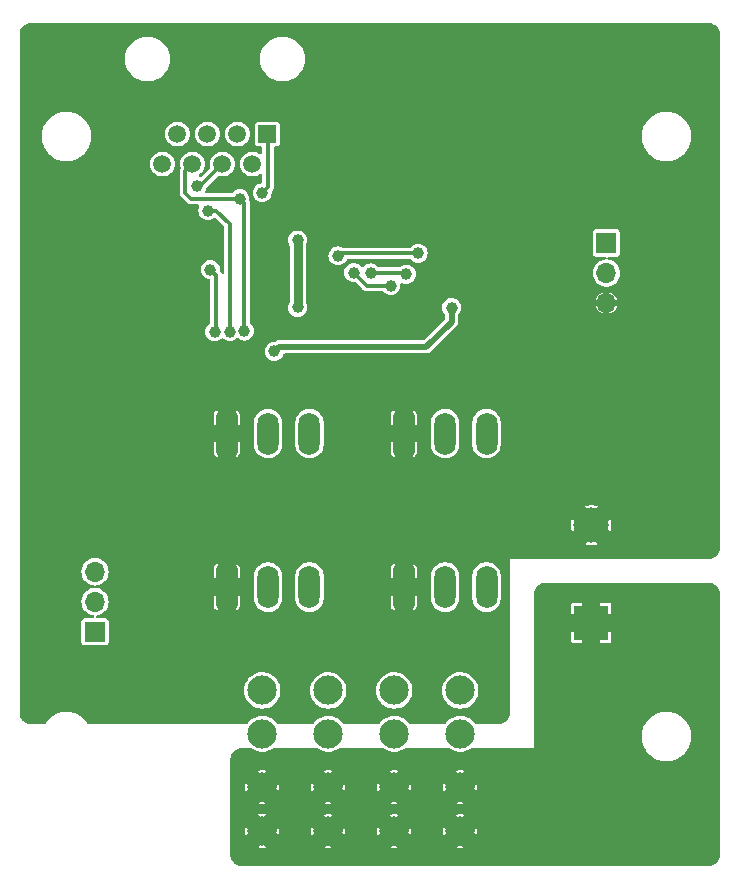
<source format=gbr>
%TF.GenerationSoftware,KiCad,Pcbnew,8.0.9*%
%TF.CreationDate,2025-02-23T20:40:55-05:00*%
%TF.ProjectId,Receiver_Out,52656365-6976-4657-925f-4f75742e6b69,v3*%
%TF.SameCoordinates,Original*%
%TF.FileFunction,Copper,L2,Bot*%
%TF.FilePolarity,Positive*%
%FSLAX46Y46*%
G04 Gerber Fmt 4.6, Leading zero omitted, Abs format (unit mm)*
G04 Created by KiCad (PCBNEW 8.0.9) date 2025-02-23 20:40:55*
%MOMM*%
%LPD*%
G01*
G04 APERTURE LIST*
G04 Aperture macros list*
%AMRoundRect*
0 Rectangle with rounded corners*
0 $1 Rounding radius*
0 $2 $3 $4 $5 $6 $7 $8 $9 X,Y pos of 4 corners*
0 Add a 4 corners polygon primitive as box body*
4,1,4,$2,$3,$4,$5,$6,$7,$8,$9,$2,$3,0*
0 Add four circle primitives for the rounded corners*
1,1,$1+$1,$2,$3*
1,1,$1+$1,$4,$5*
1,1,$1+$1,$6,$7*
1,1,$1+$1,$8,$9*
0 Add four rect primitives between the rounded corners*
20,1,$1+$1,$2,$3,$4,$5,0*
20,1,$1+$1,$4,$5,$6,$7,0*
20,1,$1+$1,$6,$7,$8,$9,0*
20,1,$1+$1,$8,$9,$2,$3,0*%
G04 Aperture macros list end*
%TA.AperFunction,ComponentPad*%
%ADD10RoundRect,0.250000X-0.650000X-1.550000X0.650000X-1.550000X0.650000X1.550000X-0.650000X1.550000X0*%
%TD*%
%TA.AperFunction,ComponentPad*%
%ADD11O,1.800000X3.600000*%
%TD*%
%TA.AperFunction,ComponentPad*%
%ADD12R,3.000000X3.000000*%
%TD*%
%TA.AperFunction,ComponentPad*%
%ADD13C,3.000000*%
%TD*%
%TA.AperFunction,ComponentPad*%
%ADD14C,2.475000*%
%TD*%
%TA.AperFunction,ComponentPad*%
%ADD15R,1.700000X1.700000*%
%TD*%
%TA.AperFunction,ComponentPad*%
%ADD16O,1.700000X1.700000*%
%TD*%
%TA.AperFunction,ComponentPad*%
%ADD17R,1.500000X1.500000*%
%TD*%
%TA.AperFunction,ComponentPad*%
%ADD18C,1.500000*%
%TD*%
%TA.AperFunction,ViaPad*%
%ADD19C,1.000000*%
%TD*%
%TA.AperFunction,ViaPad*%
%ADD20C,0.400000*%
%TD*%
%TA.AperFunction,Conductor*%
%ADD21C,0.500000*%
%TD*%
%TA.AperFunction,Conductor*%
%ADD22C,0.350000*%
%TD*%
%TA.AperFunction,Conductor*%
%ADD23C,0.750000*%
%TD*%
G04 APERTURE END LIST*
D10*
%TO.P,J2,1,Pin_1*%
%TO.N,GND*%
X-114817200Y3500D03*
D11*
%TO.P,J2,2,Pin_2*%
%TO.N,/Outputs/DOUT2*%
X-111317200Y3500D03*
%TO.P,J2,3,Pin_3*%
%TO.N,/Outputs/VOUT2*%
X-107817200Y3500D03*
%TD*%
D10*
%TO.P,J4,1,Pin_1*%
%TO.N,GND*%
X-99817200Y3500D03*
D11*
%TO.P,J4,2,Pin_2*%
%TO.N,/Outputs/DOUT4*%
X-96317200Y3500D03*
%TO.P,J4,3,Pin_3*%
%TO.N,/Outputs/VOUT4*%
X-92817200Y3500D03*
%TD*%
D10*
%TO.P,J3,1,Pin_1*%
%TO.N,GND*%
X-99817200Y13003500D03*
D11*
%TO.P,J3,2,Pin_2*%
%TO.N,/Outputs/DOUT3*%
X-96317200Y13003500D03*
%TO.P,J3,3,Pin_3*%
%TO.N,/Outputs/VOUT3*%
X-92817200Y13003500D03*
%TD*%
D10*
%TO.P,J1,1,Pin_1*%
%TO.N,GND*%
X-114817200Y13003500D03*
D11*
%TO.P,J1,2,Pin_2*%
%TO.N,/Outputs/DOUT1*%
X-111317200Y13003500D03*
%TO.P,J1,3,Pin_3*%
%TO.N,/Outputs/VOUT1*%
X-107817200Y13003500D03*
%TD*%
D12*
%TO.P,TB1,1,P1*%
%TO.N,VIN1*%
X-83952400Y-3012260D03*
D13*
%TO.P,TB1,2,P2*%
%TO.N,GND*%
X-83952400Y5237660D03*
%TD*%
D14*
%TO.P,F2,1_1,1*%
%TO.N,VIN1*%
X-106220200Y-20650100D03*
%TO.P,F2,1_2,1*%
X-106220200Y-16950100D03*
%TO.P,F2,2_1,2*%
%TO.N,/Outputs/VOUT2*%
X-106220200Y-12450100D03*
%TO.P,F2,2_2,2*%
X-106220200Y-8750100D03*
%TD*%
%TO.P,F4,1_1,1*%
%TO.N,VIN1*%
X-95044200Y-20650100D03*
%TO.P,F4,1_2,1*%
X-95044200Y-16950100D03*
%TO.P,F4,2_1,2*%
%TO.N,/Outputs/VOUT4*%
X-95044200Y-12450100D03*
%TO.P,F4,2_2,2*%
X-95044200Y-8750100D03*
%TD*%
%TO.P,F1,1_1,1*%
%TO.N,VIN1*%
X-111808200Y-20635100D03*
%TO.P,F1,1_2,1*%
X-111808200Y-16935100D03*
%TO.P,F1,2_1,2*%
%TO.N,/Outputs/VOUT1*%
X-111808200Y-12435100D03*
%TO.P,F1,2_2,2*%
X-111808200Y-8735100D03*
%TD*%
%TO.P,F3,1_1,1*%
%TO.N,VIN1*%
X-100632200Y-20650100D03*
%TO.P,F3,1_2,1*%
X-100632200Y-16950100D03*
%TO.P,F3,2_1,2*%
%TO.N,/Outputs/VOUT3*%
X-100632200Y-12450100D03*
%TO.P,F3,2_2,2*%
X-100632200Y-8750100D03*
%TD*%
D15*
%TO.P,J6,1,Pin_1*%
%TO.N,/PWR*%
X-125966200Y-3764300D03*
D16*
%TO.P,J6,2,Pin_2*%
%TO.N,/VIN*%
X-125966200Y-1224300D03*
%TO.P,J6,3,Pin_3*%
%TO.N,+5V*%
X-125966200Y1315700D03*
%TD*%
D17*
%TO.P,J7,1*%
%TO.N,/Diff In/Serial1_P*%
X-111366200Y38367700D03*
D18*
%TO.P,J7,2*%
%TO.N,/Diff In/Serial1_N*%
X-112636200Y35827700D03*
%TO.P,J7,3*%
%TO.N,/Diff In/Serial2_P*%
X-113906200Y38367700D03*
%TO.P,J7,4*%
%TO.N,/Diff In/Serial3_N*%
X-115176200Y35827700D03*
%TO.P,J7,5*%
%TO.N,/Diff In/Serial3_P*%
X-116446200Y38367700D03*
%TO.P,J7,6*%
%TO.N,/Diff In/Serial2_N*%
X-117716200Y35827700D03*
%TO.P,J7,7*%
%TO.N,/Diff In/Serial4_P*%
X-118986200Y38367700D03*
%TO.P,J7,8*%
%TO.N,/Diff In/Serial4_N*%
X-120256200Y35827700D03*
%TD*%
D15*
%TO.P,J5,1,Pin_1*%
%TO.N,+5V*%
X-82666200Y29135700D03*
D16*
%TO.P,J5,2,Pin_2*%
%TO.N,SWIO*%
X-82666200Y26595700D03*
%TO.P,J5,3,Pin_3*%
%TO.N,GND*%
X-82666200Y24055700D03*
%TD*%
D19*
%TO.N,GND*%
X-96236200Y29945700D03*
X-119816200Y26635700D03*
X-109336200Y-9334300D03*
X-129656200Y33845700D03*
X-99176200Y16065700D03*
X-115686200Y-9080300D03*
X-86806200Y33555700D03*
X-126216200Y19585700D03*
X-124576200Y23685700D03*
X-104936200Y21505700D03*
X-120336200Y20495700D03*
X-110606200Y21515700D03*
X-80316200Y8885700D03*
X-91676200Y30775700D03*
X-85008200Y14187700D03*
X-88316200Y5905700D03*
X-104316200Y33385700D03*
X-114416200Y44005700D03*
X-114416200Y16065700D03*
X-91556200Y-9334300D03*
X-85916200Y28035700D03*
X-104256200Y44005700D03*
X-129656200Y23685700D03*
X-78856200Y10985700D03*
X-130926200Y-444300D03*
X-98666200Y29785700D03*
X-125316200Y5885700D03*
D20*
X-95136200Y27355700D03*
D19*
X-129656200Y28765700D03*
X-129416200Y14785700D03*
X-85336200Y23155700D03*
X-121782200Y-190300D03*
X-124576200Y44005700D03*
X-99116200Y36235700D03*
X-106796200Y16065700D03*
X-79406200Y27875700D03*
X-88566200Y16900701D03*
X-87216200Y3685700D03*
X-121566200Y16385700D03*
X-97906200Y-9334300D03*
X-104316200Y36285700D03*
X-83936200Y38925700D03*
X-83936200Y44005700D03*
X-107066200Y29635700D03*
X-93876200Y20045700D03*
X-121020200Y30543700D03*
X-79196200Y21965700D03*
X-94096200Y44005700D03*
X-88566200Y13525700D03*
X-85233200Y15580701D03*
X-116956200Y44005700D03*
X-131180200Y-8572300D03*
X-91566200Y7135700D03*
X-129466200Y16225700D03*
X-119242200Y7683700D03*
D20*
X-95996200Y27365700D03*
D19*
X-75316200Y26385700D03*
D20*
X-95146200Y26505700D03*
D19*
X-89036200Y20075700D03*
X-82816200Y8885700D03*
X-111796200Y21455700D03*
X-99866200Y31685700D03*
X-87326200Y26685700D03*
X-85916200Y29785700D03*
X-96596200Y33395700D03*
X-91516200Y28085700D03*
X-118796200Y21885700D03*
X-123416200Y7785700D03*
X-86566200Y16985700D03*
X-129656200Y44005700D03*
X-86508200Y12687700D03*
X-123436200Y10255700D03*
X-106796200Y3365700D03*
X-99176200Y44005700D03*
X-102916200Y31685700D03*
X-103494200Y-9334300D03*
X-89016200Y44005700D03*
X-81226200Y19765700D03*
X-118226200Y-6540300D03*
X-121020200Y-10604300D03*
X-79016200Y3685700D03*
X-94806200Y38915700D03*
X-78856200Y5905700D03*
X-91636200Y26865700D03*
X-99866200Y21785700D03*
D20*
X-95996200Y26505700D03*
D19*
X-118876200Y16385700D03*
X-91386200Y33575700D03*
X-101716200Y16065700D03*
X-124576200Y38925700D03*
X-99176200Y38925700D03*
X-125016200Y10185700D03*
X-75316200Y31885700D03*
X-124576200Y33845700D03*
X-75316200Y20885700D03*
X-129416200Y17585700D03*
X-98326200Y21775700D03*
X-81066200Y31745700D03*
X-78856200Y44005700D03*
X-105816200Y31685700D03*
X-110376200Y29065700D03*
X-85316200Y8885700D03*
X-89316200Y36885700D03*
X-104256200Y38925700D03*
X-94176200Y22775700D03*
X-99176200Y-4254300D03*
X-82086200Y35505700D03*
X-108746200Y33485700D03*
X-87816200Y8885700D03*
X-128016200Y17585700D03*
X-85108200Y11187700D03*
X-94846200Y36055700D03*
X-85223200Y18380701D03*
X-75316200Y15385700D03*
%TO.N,+5V*%
X-108816200Y23685700D03*
X-108816200Y29385700D03*
%TO.N,VIN1*%
X-82816200Y-16114300D03*
X-82816200Y-11114300D03*
X-82816200Y-6114300D03*
X-87816200Y-21114300D03*
X-80316200Y-1114300D03*
X-85316200Y-6114300D03*
X-92816200Y-21114300D03*
X-77816200Y-1114300D03*
X-87816200Y-16114300D03*
X-87816200Y-11114300D03*
X-87816200Y-3614300D03*
X-77816200Y-16114300D03*
X-77816200Y-21114300D03*
X-77816200Y-6114300D03*
X-87816200Y-6114300D03*
X-82816200Y-21114300D03*
X-80316200Y-6114300D03*
X-92816200Y-16114300D03*
X-87816200Y-1114300D03*
X-80316200Y-3614300D03*
%TO.N,OUT19*%
X-102641200Y26610700D03*
X-99616187Y26485726D03*
%TO.N,OUT18*%
X-116191190Y26885700D03*
X-115842639Y21629933D03*
X-104066200Y26635700D03*
X-100916200Y25535700D03*
%TO.N,OUT17*%
X-105396200Y28055700D03*
X-98616200Y28260700D03*
%TO.N,/Diff In/Serial2_N*%
X-113710241Y32885686D03*
X-113316200Y21685700D03*
%TO.N,/Diff In/Serial3_N*%
X-117321210Y33958710D03*
%TO.N,/Diff In/Serial2_P*%
X-116416200Y31885704D03*
X-114566200Y21635700D03*
%TO.N,/Diff In/Serial1_P*%
X-111816200Y33385700D03*
%TO.N,OUT_EN*%
X-95776200Y23675700D03*
X-110786200Y19955700D03*
%TO.N,GND*%
X-116436200Y30475700D03*
%TD*%
D21*
%TO.N,OUT_EN*%
X-97916200Y20335700D02*
X-110406200Y20335700D01*
X-95776200Y22475700D02*
X-97916200Y20335700D01*
X-110406200Y20335700D02*
X-110786200Y19955700D01*
X-95776200Y23675700D02*
X-95776200Y22475700D01*
D22*
%TO.N,OUT19*%
X-99741161Y26610700D02*
X-99616187Y26485726D01*
X-102641200Y26610700D02*
X-99741161Y26610700D01*
%TO.N,OUT18*%
X-115716200Y26410710D02*
X-116191190Y26885700D01*
X-115716200Y21756372D02*
X-115716200Y26410710D01*
X-115842639Y21629933D02*
X-115716200Y21756372D01*
D23*
%TO.N,+5V*%
X-108816200Y23685700D02*
X-108816200Y29385700D01*
D22*
%TO.N,OUT18*%
X-104066200Y26635700D02*
X-102966200Y25535700D01*
X-102966200Y25535700D02*
X-100916200Y25535700D01*
%TO.N,OUT17*%
X-105191200Y28260700D02*
X-98616200Y28260700D01*
X-105396200Y28055700D02*
X-105191200Y28260700D01*
%TO.N,/Diff In/Serial2_N*%
X-118316200Y33385700D02*
X-117816186Y32885686D01*
X-113316200Y32491645D02*
X-113316200Y21685700D01*
X-117716200Y35827700D02*
X-118316200Y35227700D01*
X-113710241Y32885686D02*
X-113316200Y32491645D01*
X-118316200Y35227700D02*
X-118316200Y33385700D01*
X-117816186Y32885686D02*
X-113710241Y32885686D01*
%TO.N,/Diff In/Serial3_N*%
X-115176200Y35827700D02*
X-117045190Y33958710D01*
X-117045190Y33958710D02*
X-117321210Y33958710D01*
%TO.N,/Diff In/Serial2_P*%
X-114566200Y30742810D02*
X-115709094Y31885704D01*
X-115709094Y31885704D02*
X-116416200Y31885704D01*
X-114566200Y21635700D02*
X-114566200Y30742810D01*
%TO.N,/Diff In/Serial1_P*%
X-111316201Y38317701D02*
X-111366200Y38367700D01*
X-111816200Y33385700D02*
X-111316201Y33885699D01*
X-111316201Y33885699D02*
X-111316201Y38317701D01*
%TD*%
%TA.AperFunction,Conductor*%
%TO.N,GND*%
G36*
X-73807507Y47754775D02*
G01*
X-73670385Y47713180D01*
X-73647578Y47703733D01*
X-73522047Y47636636D01*
X-73496573Y47623019D01*
X-73476035Y47609296D01*
X-73343686Y47500680D01*
X-73326221Y47483215D01*
X-73217605Y47350866D01*
X-73203882Y47330328D01*
X-73123172Y47179331D01*
X-73113720Y47156511D01*
X-73072126Y47019394D01*
X-73066700Y46982818D01*
X-73066700Y3188582D01*
X-73072125Y3152006D01*
X-73113718Y3014891D01*
X-73123171Y2992071D01*
X-73203882Y2841073D01*
X-73217605Y2820535D01*
X-73326221Y2688186D01*
X-73343686Y2670721D01*
X-73476035Y2562105D01*
X-73496573Y2548382D01*
X-73647571Y2467671D01*
X-73670392Y2458218D01*
X-73834238Y2408517D01*
X-73858462Y2403699D01*
X-74006927Y2389076D01*
X-74035039Y2386307D01*
X-74047387Y2385700D01*
X-90816200Y2385700D01*
X-90816200Y1385707D01*
X-90816200Y-10608112D01*
X-90816807Y-10620463D01*
X-90834199Y-10797038D01*
X-90839017Y-10821262D01*
X-90888718Y-10985108D01*
X-90898171Y-11007929D01*
X-90978882Y-11158927D01*
X-90992605Y-11179465D01*
X-91101221Y-11311814D01*
X-91118686Y-11329279D01*
X-91251035Y-11437895D01*
X-91271573Y-11451618D01*
X-91422571Y-11532329D01*
X-91445392Y-11541782D01*
X-91609238Y-11591483D01*
X-91633462Y-11596301D01*
X-91781927Y-11610924D01*
X-91810039Y-11613693D01*
X-91822387Y-11614300D01*
X-93682006Y-11614300D01*
X-93750127Y-11594298D01*
X-93789438Y-11554136D01*
X-93796083Y-11543293D01*
X-93796087Y-11543287D01*
X-93953307Y-11359206D01*
X-94137388Y-11201986D01*
X-94137390Y-11201985D01*
X-94137391Y-11201984D01*
X-94343803Y-11075494D01*
X-94380018Y-11060493D01*
X-94567464Y-10982851D01*
X-94766593Y-10935045D01*
X-94802860Y-10926338D01*
X-95044200Y-10907344D01*
X-95285540Y-10926338D01*
X-95520937Y-10982851D01*
X-95744596Y-11075493D01*
X-95951011Y-11201985D01*
X-95951013Y-11201986D01*
X-96135094Y-11359206D01*
X-96292314Y-11543287D01*
X-96292318Y-11543293D01*
X-96298962Y-11554136D01*
X-96351610Y-11601767D01*
X-96406394Y-11614300D01*
X-99270006Y-11614300D01*
X-99338127Y-11594298D01*
X-99377438Y-11554136D01*
X-99384083Y-11543293D01*
X-99384087Y-11543287D01*
X-99541307Y-11359206D01*
X-99725388Y-11201986D01*
X-99725390Y-11201985D01*
X-99725391Y-11201984D01*
X-99931803Y-11075494D01*
X-99968018Y-11060493D01*
X-100155464Y-10982851D01*
X-100354593Y-10935045D01*
X-100390860Y-10926338D01*
X-100632200Y-10907344D01*
X-100873540Y-10926338D01*
X-101108937Y-10982851D01*
X-101332596Y-11075493D01*
X-101539011Y-11201985D01*
X-101539013Y-11201986D01*
X-101723094Y-11359206D01*
X-101880314Y-11543287D01*
X-101880318Y-11543293D01*
X-101886962Y-11554136D01*
X-101939610Y-11601767D01*
X-101994394Y-11614300D01*
X-104858006Y-11614300D01*
X-104926127Y-11594298D01*
X-104965438Y-11554136D01*
X-104972083Y-11543293D01*
X-104972087Y-11543287D01*
X-105129307Y-11359206D01*
X-105313388Y-11201986D01*
X-105313390Y-11201985D01*
X-105313391Y-11201984D01*
X-105519803Y-11075494D01*
X-105556018Y-11060493D01*
X-105743464Y-10982851D01*
X-105942593Y-10935045D01*
X-105978860Y-10926338D01*
X-106220200Y-10907344D01*
X-106461540Y-10926338D01*
X-106696937Y-10982851D01*
X-106920596Y-11075493D01*
X-107127011Y-11201985D01*
X-107127013Y-11201986D01*
X-107311094Y-11359206D01*
X-107468314Y-11543287D01*
X-107468318Y-11543293D01*
X-107474962Y-11554136D01*
X-107527610Y-11601767D01*
X-107582394Y-11614300D01*
X-110436814Y-11614300D01*
X-110504935Y-11594298D01*
X-110544246Y-11554135D01*
X-110560079Y-11528298D01*
X-110560087Y-11528287D01*
X-110717307Y-11344206D01*
X-110901388Y-11186986D01*
X-110901390Y-11186985D01*
X-110901391Y-11186984D01*
X-111107803Y-11060494D01*
X-111124272Y-11053672D01*
X-111331464Y-10967851D01*
X-111492494Y-10929191D01*
X-111566860Y-10911338D01*
X-111808200Y-10892344D01*
X-112049540Y-10911338D01*
X-112284937Y-10967851D01*
X-112508596Y-11060493D01*
X-112715011Y-11186985D01*
X-112715013Y-11186986D01*
X-112899094Y-11344206D01*
X-113056314Y-11528287D01*
X-113056322Y-11528298D01*
X-113072154Y-11554135D01*
X-113124801Y-11601766D01*
X-113179586Y-11614300D01*
X-126478058Y-11614300D01*
X-126546179Y-11594298D01*
X-126587177Y-11551300D01*
X-126635949Y-11466824D01*
X-126638253Y-11463822D01*
X-126803572Y-11248372D01*
X-126803573Y-11248371D01*
X-126803582Y-11248361D01*
X-126998262Y-11053681D01*
X-126998272Y-11053672D01*
X-127057886Y-11007929D01*
X-127216721Y-10886051D01*
X-127216722Y-10886050D01*
X-127216725Y-10886048D01*
X-127455167Y-10748383D01*
X-127455178Y-10748377D01*
X-127582374Y-10695691D01*
X-127709568Y-10643005D01*
X-127975534Y-10571740D01*
X-127975541Y-10571738D01*
X-128248524Y-10535800D01*
X-128248526Y-10535800D01*
X-128523874Y-10535800D01*
X-128523877Y-10535800D01*
X-128796860Y-10571738D01*
X-129062832Y-10643005D01*
X-129317223Y-10748377D01*
X-129317234Y-10748383D01*
X-129555676Y-10886048D01*
X-129774129Y-11053672D01*
X-129774139Y-11053681D01*
X-129968819Y-11248361D01*
X-129968828Y-11248371D01*
X-130136452Y-11466824D01*
X-130185223Y-11551300D01*
X-130236605Y-11600293D01*
X-130294342Y-11614300D01*
X-131360013Y-11614300D01*
X-131372362Y-11613693D01*
X-131405105Y-11610468D01*
X-131548939Y-11596301D01*
X-131573163Y-11591483D01*
X-131705632Y-11551300D01*
X-131737010Y-11541781D01*
X-131759828Y-11532330D01*
X-131808189Y-11506480D01*
X-131910828Y-11451618D01*
X-131931366Y-11437895D01*
X-132063715Y-11329279D01*
X-132081180Y-11311814D01*
X-132133246Y-11248371D01*
X-132189798Y-11179462D01*
X-132203519Y-11158927D01*
X-132284229Y-11007930D01*
X-132293682Y-10985109D01*
X-132321822Y-10892344D01*
X-132336353Y-10844442D01*
X-132341777Y-10807885D01*
X-132341951Y-8735100D01*
X-113350956Y-8735100D01*
X-113331962Y-8976439D01*
X-113275449Y-9211836D01*
X-113182807Y-9435495D01*
X-113056315Y-9641910D01*
X-113056314Y-9641912D01*
X-112899094Y-9825993D01*
X-112715013Y-9983213D01*
X-112715009Y-9983216D01*
X-112508597Y-10109706D01*
X-112284938Y-10202348D01*
X-112049540Y-10258862D01*
X-111808200Y-10277856D01*
X-111566860Y-10258862D01*
X-111331462Y-10202348D01*
X-111107803Y-10109706D01*
X-110901391Y-9983216D01*
X-110717307Y-9825993D01*
X-110560084Y-9641909D01*
X-110433594Y-9435497D01*
X-110340952Y-9211838D01*
X-110284438Y-8976440D01*
X-110266625Y-8750100D01*
X-107762956Y-8750100D01*
X-107745143Y-8976440D01*
X-107743962Y-8991439D01*
X-107687449Y-9226836D01*
X-107594807Y-9450495D01*
X-107468315Y-9656910D01*
X-107468314Y-9656912D01*
X-107311094Y-9840993D01*
X-107144572Y-9983216D01*
X-107127009Y-9998216D01*
X-106920597Y-10124706D01*
X-106696938Y-10217348D01*
X-106461540Y-10273862D01*
X-106220200Y-10292856D01*
X-105978860Y-10273862D01*
X-105743462Y-10217348D01*
X-105519803Y-10124706D01*
X-105313391Y-9998216D01*
X-105129307Y-9840993D01*
X-104972084Y-9656909D01*
X-104845594Y-9450497D01*
X-104752952Y-9226838D01*
X-104696438Y-8991440D01*
X-104677444Y-8750100D01*
X-102174956Y-8750100D01*
X-102157143Y-8976440D01*
X-102155962Y-8991439D01*
X-102099449Y-9226836D01*
X-102006807Y-9450495D01*
X-101880315Y-9656910D01*
X-101880314Y-9656912D01*
X-101723094Y-9840993D01*
X-101556572Y-9983216D01*
X-101539009Y-9998216D01*
X-101332597Y-10124706D01*
X-101108938Y-10217348D01*
X-100873540Y-10273862D01*
X-100632200Y-10292856D01*
X-100390860Y-10273862D01*
X-100155462Y-10217348D01*
X-99931803Y-10124706D01*
X-99725391Y-9998216D01*
X-99541307Y-9840993D01*
X-99384084Y-9656909D01*
X-99257594Y-9450497D01*
X-99164952Y-9226838D01*
X-99108438Y-8991440D01*
X-99089444Y-8750100D01*
X-96586956Y-8750100D01*
X-96569143Y-8976440D01*
X-96567962Y-8991439D01*
X-96511449Y-9226836D01*
X-96418807Y-9450495D01*
X-96292315Y-9656910D01*
X-96292314Y-9656912D01*
X-96135094Y-9840993D01*
X-95968572Y-9983216D01*
X-95951009Y-9998216D01*
X-95744597Y-10124706D01*
X-95520938Y-10217348D01*
X-95285540Y-10273862D01*
X-95044200Y-10292856D01*
X-94802860Y-10273862D01*
X-94567462Y-10217348D01*
X-94343803Y-10124706D01*
X-94137391Y-9998216D01*
X-93953307Y-9840993D01*
X-93796084Y-9656909D01*
X-93669594Y-9450497D01*
X-93576952Y-9226838D01*
X-93520438Y-8991440D01*
X-93501444Y-8750100D01*
X-93520438Y-8508760D01*
X-93576952Y-8273362D01*
X-93669594Y-8049703D01*
X-93796084Y-7843291D01*
X-93808895Y-7828291D01*
X-93953307Y-7659206D01*
X-94137388Y-7501986D01*
X-94137390Y-7501985D01*
X-94137391Y-7501984D01*
X-94343803Y-7375494D01*
X-94380018Y-7360493D01*
X-94567464Y-7282851D01*
X-94728494Y-7244191D01*
X-94802860Y-7226338D01*
X-95044200Y-7207344D01*
X-95285540Y-7226338D01*
X-95520937Y-7282851D01*
X-95744596Y-7375493D01*
X-95951011Y-7501985D01*
X-95951013Y-7501986D01*
X-96135094Y-7659206D01*
X-96292314Y-7843287D01*
X-96292315Y-7843289D01*
X-96418807Y-8049704D01*
X-96511449Y-8273363D01*
X-96564361Y-8493760D01*
X-96567962Y-8508760D01*
X-96586956Y-8750100D01*
X-99089444Y-8750100D01*
X-99108438Y-8508760D01*
X-99164952Y-8273362D01*
X-99257594Y-8049703D01*
X-99384084Y-7843291D01*
X-99396895Y-7828291D01*
X-99541307Y-7659206D01*
X-99725388Y-7501986D01*
X-99725390Y-7501985D01*
X-99725391Y-7501984D01*
X-99931803Y-7375494D01*
X-99968018Y-7360493D01*
X-100155464Y-7282851D01*
X-100316494Y-7244191D01*
X-100390860Y-7226338D01*
X-100632200Y-7207344D01*
X-100873540Y-7226338D01*
X-101108937Y-7282851D01*
X-101332596Y-7375493D01*
X-101539011Y-7501985D01*
X-101539013Y-7501986D01*
X-101723094Y-7659206D01*
X-101880314Y-7843287D01*
X-101880315Y-7843289D01*
X-102006807Y-8049704D01*
X-102099449Y-8273363D01*
X-102152361Y-8493760D01*
X-102155962Y-8508760D01*
X-102174956Y-8750100D01*
X-104677444Y-8750100D01*
X-104696438Y-8508760D01*
X-104752952Y-8273362D01*
X-104845594Y-8049703D01*
X-104972084Y-7843291D01*
X-104984895Y-7828291D01*
X-105129307Y-7659206D01*
X-105313388Y-7501986D01*
X-105313390Y-7501985D01*
X-105313391Y-7501984D01*
X-105519803Y-7375494D01*
X-105556018Y-7360493D01*
X-105743464Y-7282851D01*
X-105904494Y-7244191D01*
X-105978860Y-7226338D01*
X-106220200Y-7207344D01*
X-106461540Y-7226338D01*
X-106696937Y-7282851D01*
X-106920596Y-7375493D01*
X-107127011Y-7501985D01*
X-107127013Y-7501986D01*
X-107311094Y-7659206D01*
X-107468314Y-7843287D01*
X-107468315Y-7843289D01*
X-107594807Y-8049704D01*
X-107687449Y-8273363D01*
X-107740361Y-8493760D01*
X-107743962Y-8508760D01*
X-107762956Y-8750100D01*
X-110266625Y-8750100D01*
X-110265444Y-8735100D01*
X-110284438Y-8493760D01*
X-110340952Y-8258362D01*
X-110433594Y-8034703D01*
X-110560084Y-7828291D01*
X-110560087Y-7828287D01*
X-110717307Y-7644206D01*
X-110901388Y-7486986D01*
X-110901390Y-7486985D01*
X-110901391Y-7486984D01*
X-111107803Y-7360494D01*
X-111295248Y-7282852D01*
X-111331464Y-7267851D01*
X-111492494Y-7229191D01*
X-111566860Y-7211338D01*
X-111808200Y-7192344D01*
X-112049540Y-7211338D01*
X-112284937Y-7267851D01*
X-112508596Y-7360493D01*
X-112715011Y-7486985D01*
X-112715013Y-7486986D01*
X-112899094Y-7644206D01*
X-113056314Y-7828287D01*
X-113056315Y-7828289D01*
X-113182807Y-8034704D01*
X-113275449Y-8258363D01*
X-113331962Y-8493760D01*
X-113350956Y-8735100D01*
X-132341951Y-8735100D01*
X-132342796Y1315700D01*
X-127121629Y1315700D01*
X-127101956Y1103389D01*
X-127043607Y898316D01*
X-127043606Y898314D01*
X-127043605Y898311D01*
X-126948566Y707445D01*
X-126839191Y562611D01*
X-126820071Y537292D01*
X-126662501Y393647D01*
X-126662499Y393646D01*
X-126481226Y281406D01*
X-126481225Y281406D01*
X-126481219Y281402D01*
X-126282398Y204379D01*
X-126096103Y169555D01*
X-126032819Y137376D01*
X-125996977Y76091D01*
X-125999958Y5157D01*
X-126040816Y-52905D01*
X-126096102Y-78154D01*
X-126208850Y-99230D01*
X-126282400Y-112979D01*
X-126436446Y-172656D01*
X-126481219Y-190002D01*
X-126481220Y-190002D01*
X-126481221Y-190003D01*
X-126481226Y-190005D01*
X-126662499Y-302245D01*
X-126662501Y-302246D01*
X-126820071Y-445891D01*
X-126849215Y-484484D01*
X-126948566Y-616045D01*
X-127013524Y-746500D01*
X-127043607Y-806915D01*
X-127101956Y-1011988D01*
X-127121629Y-1224300D01*
X-127101956Y-1436611D01*
X-127043607Y-1641684D01*
X-127043606Y-1641686D01*
X-127043605Y-1641689D01*
X-126948566Y-1832555D01*
X-126830981Y-1988261D01*
X-126820071Y-2002708D01*
X-126662501Y-2146353D01*
X-126662499Y-2146354D01*
X-126481226Y-2258594D01*
X-126481225Y-2258594D01*
X-126481219Y-2258598D01*
X-126282398Y-2335621D01*
X-126130872Y-2363946D01*
X-126067588Y-2396124D01*
X-126031746Y-2457409D01*
X-126034727Y-2528343D01*
X-126075584Y-2586405D01*
X-126141346Y-2613160D01*
X-126154026Y-2613800D01*
X-126861060Y-2613800D01*
X-126861067Y-2613801D01*
X-126886191Y-2616714D01*
X-126886195Y-2616716D01*
X-126988966Y-2662093D01*
X-127068405Y-2741532D01*
X-127068406Y-2741534D01*
X-127113786Y-2844309D01*
X-127116700Y-2869429D01*
X-127116700Y-4659159D01*
X-127116699Y-4659166D01*
X-127113786Y-4684290D01*
X-127113784Y-4684294D01*
X-127068407Y-4787065D01*
X-126988968Y-4866504D01*
X-126988966Y-4866505D01*
X-126988965Y-4866506D01*
X-126886191Y-4911885D01*
X-126861065Y-4914800D01*
X-125071336Y-4914799D01*
X-125046209Y-4911885D01*
X-124943435Y-4866506D01*
X-124863994Y-4787065D01*
X-124818615Y-4684291D01*
X-124815700Y-4659165D01*
X-124815701Y-2869436D01*
X-124818615Y-2844309D01*
X-124863994Y-2741535D01*
X-124863994Y-2741534D01*
X-124943433Y-2662095D01*
X-124943435Y-2662094D01*
X-125046211Y-2616714D01*
X-125046210Y-2616714D01*
X-125071330Y-2613800D01*
X-125778374Y-2613800D01*
X-125846495Y-2593798D01*
X-125892988Y-2540142D01*
X-125903092Y-2469868D01*
X-125873598Y-2405288D01*
X-125813872Y-2366904D01*
X-125801544Y-2363949D01*
X-125650002Y-2335621D01*
X-125451181Y-2258598D01*
X-125269898Y-2146352D01*
X-125112328Y-2002707D01*
X-124983834Y-1832555D01*
X-124888795Y-1641689D01*
X-124877135Y-1600709D01*
X-115917199Y-1600709D01*
X-115914349Y-1631106D01*
X-115914348Y-1631109D01*
X-115869547Y-1759144D01*
X-115869547Y-1759145D01*
X-115788993Y-1868292D01*
X-115679848Y-1948844D01*
X-115567200Y-1988261D01*
X-114067200Y-1988261D01*
X-113954553Y-1948844D01*
X-113845408Y-1868292D01*
X-113764854Y-1759145D01*
X-113764854Y-1759144D01*
X-113720053Y-1631110D01*
X-113720052Y-1631105D01*
X-113717201Y-1600705D01*
X-113717200Y-1600699D01*
X-113717200Y-746500D01*
X-114067200Y-746500D01*
X-114067200Y-1988261D01*
X-115567200Y-1988261D01*
X-115567200Y-746500D01*
X-115917199Y-746500D01*
X-115917199Y-1600709D01*
X-124877135Y-1600709D01*
X-124830444Y-1436610D01*
X-124810771Y-1224300D01*
X-124830444Y-1011990D01*
X-124888795Y-806911D01*
X-124983834Y-616045D01*
X-125112328Y-445893D01*
X-125175272Y-388511D01*
X-125269900Y-302246D01*
X-125269902Y-302245D01*
X-125451175Y-190005D01*
X-125451179Y-190003D01*
X-125451181Y-190002D01*
X-125650002Y-112979D01*
X-125836298Y-78154D01*
X-125899582Y-45976D01*
X-125935424Y15309D01*
X-125932601Y82491D01*
X-115417200Y82491D01*
X-115417200Y-75491D01*
X-115376311Y-228091D01*
X-115297319Y-364908D01*
X-115185608Y-476619D01*
X-115048791Y-555611D01*
X-114896191Y-596500D01*
X-114738209Y-596500D01*
X-114585609Y-555611D01*
X-114448792Y-476619D01*
X-114337081Y-364908D01*
X-114258089Y-228091D01*
X-114217200Y-75491D01*
X-114217200Y82491D01*
X-114258089Y235091D01*
X-114337081Y371908D01*
X-114448792Y483619D01*
X-114585609Y562611D01*
X-114738209Y603500D01*
X-114896191Y603500D01*
X-115048791Y562611D01*
X-115185608Y483619D01*
X-115297319Y371908D01*
X-115376311Y235091D01*
X-115417200Y82491D01*
X-125932601Y82491D01*
X-125932443Y86243D01*
X-125891585Y144305D01*
X-125836299Y169555D01*
X-125650002Y204379D01*
X-125451181Y281402D01*
X-125269898Y393648D01*
X-125112328Y537293D01*
X-124983834Y707445D01*
X-124888795Y898311D01*
X-124830444Y1103390D01*
X-124810771Y1315700D01*
X-124830444Y1528010D01*
X-124853120Y1607706D01*
X-115917200Y1607706D01*
X-115917200Y753500D01*
X-115567200Y753500D01*
X-114067200Y753500D01*
X-113717201Y753500D01*
X-113717201Y997981D01*
X-112517700Y997981D01*
X-112517700Y-990981D01*
X-112498168Y-1114300D01*
X-112488139Y-1177623D01*
X-112429749Y-1357328D01*
X-112429748Y-1357331D01*
X-112429747Y-1357332D01*
X-112373667Y-1467396D01*
X-112343958Y-1525702D01*
X-112232889Y-1678575D01*
X-112099276Y-1812188D01*
X-112099273Y-1812190D01*
X-111946399Y-1923260D01*
X-111778032Y-2009047D01*
X-111598318Y-2067440D01*
X-111411681Y-2097000D01*
X-111411678Y-2097000D01*
X-111222722Y-2097000D01*
X-111222719Y-2097000D01*
X-111036082Y-2067440D01*
X-110856368Y-2009047D01*
X-110688001Y-1923260D01*
X-110535127Y-1812190D01*
X-110401510Y-1678573D01*
X-110290440Y-1525699D01*
X-110204653Y-1357332D01*
X-110146260Y-1177618D01*
X-110116700Y-990981D01*
X-110116700Y997981D01*
X-109017700Y997981D01*
X-109017700Y-990981D01*
X-108998168Y-1114300D01*
X-108988139Y-1177623D01*
X-108929749Y-1357328D01*
X-108929748Y-1357331D01*
X-108929747Y-1357332D01*
X-108873667Y-1467396D01*
X-108843958Y-1525702D01*
X-108732889Y-1678575D01*
X-108599276Y-1812188D01*
X-108599273Y-1812190D01*
X-108446399Y-1923260D01*
X-108278032Y-2009047D01*
X-108098318Y-2067440D01*
X-107911681Y-2097000D01*
X-107911678Y-2097000D01*
X-107722722Y-2097000D01*
X-107722719Y-2097000D01*
X-107536082Y-2067440D01*
X-107356368Y-2009047D01*
X-107188001Y-1923260D01*
X-107035127Y-1812190D01*
X-106901510Y-1678573D01*
X-106844938Y-1600709D01*
X-100917199Y-1600709D01*
X-100914349Y-1631106D01*
X-100914348Y-1631109D01*
X-100869547Y-1759144D01*
X-100869547Y-1759145D01*
X-100788993Y-1868292D01*
X-100679848Y-1948844D01*
X-100567200Y-1988261D01*
X-99067200Y-1988261D01*
X-98954553Y-1948844D01*
X-98845408Y-1868292D01*
X-98764854Y-1759145D01*
X-98764854Y-1759144D01*
X-98720053Y-1631110D01*
X-98720052Y-1631105D01*
X-98717201Y-1600705D01*
X-98717200Y-1600699D01*
X-98717200Y-746500D01*
X-99067200Y-746500D01*
X-99067200Y-1988261D01*
X-100567200Y-1988261D01*
X-100567200Y-746500D01*
X-100917199Y-746500D01*
X-100917199Y-1600709D01*
X-106844938Y-1600709D01*
X-106790440Y-1525699D01*
X-106704653Y-1357332D01*
X-106646260Y-1177618D01*
X-106616700Y-990981D01*
X-106616700Y82491D01*
X-100417200Y82491D01*
X-100417200Y-75491D01*
X-100376311Y-228091D01*
X-100297319Y-364908D01*
X-100185608Y-476619D01*
X-100048791Y-555611D01*
X-99896191Y-596500D01*
X-99738209Y-596500D01*
X-99585609Y-555611D01*
X-99448792Y-476619D01*
X-99337081Y-364908D01*
X-99258089Y-228091D01*
X-99217200Y-75491D01*
X-99217200Y82491D01*
X-99258089Y235091D01*
X-99337081Y371908D01*
X-99448792Y483619D01*
X-99585609Y562611D01*
X-99738209Y603500D01*
X-99896191Y603500D01*
X-100048791Y562611D01*
X-100185608Y483619D01*
X-100297319Y371908D01*
X-100376311Y235091D01*
X-100417200Y82491D01*
X-106616700Y82491D01*
X-106616700Y997981D01*
X-106646260Y1184618D01*
X-106704653Y1364332D01*
X-106790440Y1532699D01*
X-106844936Y1607706D01*
X-100917200Y1607706D01*
X-100917200Y753500D01*
X-100567200Y753500D01*
X-99067200Y753500D01*
X-98717201Y753500D01*
X-98717201Y997981D01*
X-97517700Y997981D01*
X-97517700Y-990981D01*
X-97498168Y-1114300D01*
X-97488139Y-1177623D01*
X-97429749Y-1357328D01*
X-97429748Y-1357331D01*
X-97429747Y-1357332D01*
X-97373667Y-1467396D01*
X-97343958Y-1525702D01*
X-97232889Y-1678575D01*
X-97099276Y-1812188D01*
X-97099273Y-1812190D01*
X-96946399Y-1923260D01*
X-96778032Y-2009047D01*
X-96598318Y-2067440D01*
X-96411681Y-2097000D01*
X-96411678Y-2097000D01*
X-96222722Y-2097000D01*
X-96222719Y-2097000D01*
X-96036082Y-2067440D01*
X-95856368Y-2009047D01*
X-95688001Y-1923260D01*
X-95535127Y-1812190D01*
X-95401510Y-1678573D01*
X-95290440Y-1525699D01*
X-95204653Y-1357332D01*
X-95146260Y-1177618D01*
X-95116700Y-990981D01*
X-95116700Y997981D01*
X-94017700Y997981D01*
X-94017700Y-990981D01*
X-93998168Y-1114300D01*
X-93988139Y-1177623D01*
X-93929749Y-1357328D01*
X-93929748Y-1357331D01*
X-93929747Y-1357332D01*
X-93873667Y-1467396D01*
X-93843958Y-1525702D01*
X-93732889Y-1678575D01*
X-93599276Y-1812188D01*
X-93599273Y-1812190D01*
X-93446399Y-1923260D01*
X-93278032Y-2009047D01*
X-93098318Y-2067440D01*
X-92911681Y-2097000D01*
X-92911678Y-2097000D01*
X-92722722Y-2097000D01*
X-92722719Y-2097000D01*
X-92536082Y-2067440D01*
X-92356368Y-2009047D01*
X-92188001Y-1923260D01*
X-92035127Y-1812190D01*
X-91901510Y-1678573D01*
X-91790440Y-1525699D01*
X-91704653Y-1357332D01*
X-91646260Y-1177618D01*
X-91616700Y-990981D01*
X-91616700Y997981D01*
X-91646260Y1184618D01*
X-91704653Y1364332D01*
X-91790440Y1532699D01*
X-91901510Y1685573D01*
X-91901512Y1685576D01*
X-92035125Y1819189D01*
X-92187998Y1930258D01*
X-92187999Y1930259D01*
X-92188001Y1930260D01*
X-92356368Y2016047D01*
X-92356369Y2016048D01*
X-92356372Y2016049D01*
X-92536077Y2074439D01*
X-92536081Y2074440D01*
X-92536082Y2074440D01*
X-92722719Y2104000D01*
X-92911681Y2104000D01*
X-93098318Y2074440D01*
X-93098324Y2074439D01*
X-93278029Y2016049D01*
X-93446403Y1930258D01*
X-93599276Y1819189D01*
X-93732889Y1685576D01*
X-93843958Y1532703D01*
X-93929749Y1364329D01*
X-93988139Y1184624D01*
X-93988140Y1184619D01*
X-93988140Y1184618D01*
X-94017700Y997981D01*
X-95116700Y997981D01*
X-95146260Y1184618D01*
X-95204653Y1364332D01*
X-95290440Y1532699D01*
X-95401510Y1685573D01*
X-95401512Y1685576D01*
X-95535125Y1819189D01*
X-95687998Y1930258D01*
X-95687999Y1930259D01*
X-95688001Y1930260D01*
X-95856368Y2016047D01*
X-95856369Y2016048D01*
X-95856372Y2016049D01*
X-96036077Y2074439D01*
X-96036081Y2074440D01*
X-96036082Y2074440D01*
X-96222719Y2104000D01*
X-96411681Y2104000D01*
X-96598318Y2074440D01*
X-96598324Y2074439D01*
X-96778029Y2016049D01*
X-96946403Y1930258D01*
X-97099276Y1819189D01*
X-97232889Y1685576D01*
X-97343958Y1532703D01*
X-97429749Y1364329D01*
X-97488139Y1184624D01*
X-97488140Y1184619D01*
X-97488140Y1184618D01*
X-97517700Y997981D01*
X-98717201Y997981D01*
X-98717201Y1607695D01*
X-98717202Y1607710D01*
X-98720052Y1638107D01*
X-98720053Y1638110D01*
X-98764854Y1766145D01*
X-98764854Y1766146D01*
X-98845408Y1875293D01*
X-98954552Y1955844D01*
X-98954554Y1955846D01*
X-99067200Y1995263D01*
X-99067200Y753500D01*
X-100567200Y753500D01*
X-100567200Y1995263D01*
X-100679847Y1955846D01*
X-100679849Y1955844D01*
X-100788993Y1875293D01*
X-100869547Y1766146D01*
X-100869547Y1766145D01*
X-100914348Y1638111D01*
X-100914349Y1638106D01*
X-100917200Y1607706D01*
X-106844936Y1607706D01*
X-106901510Y1685573D01*
X-106901512Y1685576D01*
X-107035125Y1819189D01*
X-107187998Y1930258D01*
X-107187999Y1930259D01*
X-107188001Y1930260D01*
X-107356368Y2016047D01*
X-107356369Y2016048D01*
X-107356372Y2016049D01*
X-107536077Y2074439D01*
X-107536081Y2074440D01*
X-107536082Y2074440D01*
X-107722719Y2104000D01*
X-107911681Y2104000D01*
X-108098318Y2074440D01*
X-108098324Y2074439D01*
X-108278029Y2016049D01*
X-108446403Y1930258D01*
X-108599276Y1819189D01*
X-108732889Y1685576D01*
X-108843958Y1532703D01*
X-108929749Y1364329D01*
X-108988139Y1184624D01*
X-108988140Y1184619D01*
X-108988140Y1184618D01*
X-109017700Y997981D01*
X-110116700Y997981D01*
X-110146260Y1184618D01*
X-110204653Y1364332D01*
X-110290440Y1532699D01*
X-110401510Y1685573D01*
X-110401512Y1685576D01*
X-110535125Y1819189D01*
X-110687998Y1930258D01*
X-110687999Y1930259D01*
X-110688001Y1930260D01*
X-110856368Y2016047D01*
X-110856369Y2016048D01*
X-110856372Y2016049D01*
X-111036077Y2074439D01*
X-111036081Y2074440D01*
X-111036082Y2074440D01*
X-111222719Y2104000D01*
X-111411681Y2104000D01*
X-111598318Y2074440D01*
X-111598324Y2074439D01*
X-111778029Y2016049D01*
X-111946403Y1930258D01*
X-112099276Y1819189D01*
X-112232889Y1685576D01*
X-112343958Y1532703D01*
X-112429749Y1364329D01*
X-112488139Y1184624D01*
X-112488140Y1184619D01*
X-112488140Y1184618D01*
X-112517700Y997981D01*
X-113717201Y997981D01*
X-113717201Y1607695D01*
X-113717202Y1607710D01*
X-113720052Y1638107D01*
X-113720053Y1638110D01*
X-113764854Y1766145D01*
X-113764854Y1766146D01*
X-113845408Y1875293D01*
X-113954552Y1955844D01*
X-113954554Y1955846D01*
X-114067200Y1995263D01*
X-114067200Y753500D01*
X-115567200Y753500D01*
X-115567200Y1995263D01*
X-115679847Y1955846D01*
X-115679849Y1955844D01*
X-115788993Y1875293D01*
X-115869547Y1766146D01*
X-115869547Y1766145D01*
X-115914348Y1638111D01*
X-115914349Y1638106D01*
X-115917200Y1607706D01*
X-124853120Y1607706D01*
X-124888795Y1733089D01*
X-124983834Y1923955D01*
X-125112328Y2094107D01*
X-125269898Y2237752D01*
X-125269900Y2237754D01*
X-125269902Y2237755D01*
X-125451175Y2349995D01*
X-125451179Y2349997D01*
X-125451181Y2349998D01*
X-125602237Y2408517D01*
X-125650001Y2427021D01*
X-125702399Y2436816D01*
X-125859590Y2466200D01*
X-126072810Y2466200D01*
X-126198563Y2442693D01*
X-126282400Y2427021D01*
X-126387494Y2386307D01*
X-126481219Y2349998D01*
X-126481220Y2349998D01*
X-126481221Y2349997D01*
X-126481226Y2349995D01*
X-126662499Y2237755D01*
X-126662501Y2237754D01*
X-126820071Y2094109D01*
X-126834924Y2074440D01*
X-126948566Y1923955D01*
X-127000732Y1819190D01*
X-127043607Y1733085D01*
X-127101956Y1528012D01*
X-127121629Y1315700D01*
X-132342796Y1315700D01*
X-132342990Y3627975D01*
X-84501426Y3627975D01*
X-84331753Y3575637D01*
X-84331745Y3575636D01*
X-84079793Y3537660D01*
X-83825007Y3537660D01*
X-83573056Y3575636D01*
X-83573048Y3575637D01*
X-83403375Y3627976D01*
X-83952399Y4177000D01*
X-83952400Y4177000D01*
X-84501426Y3627975D01*
X-132342990Y3627975D01*
X-132343125Y5237660D01*
X-85657167Y5237660D01*
X-85638125Y4983574D01*
X-85581430Y4735173D01*
X-85581428Y4735168D01*
X-85562862Y4687861D01*
X-85562861Y4687861D01*
X-85013060Y5237661D01*
X-85086928Y5311529D01*
X-84702400Y5311529D01*
X-84702400Y5163791D01*
X-84673578Y5018893D01*
X-84617041Y4882402D01*
X-84534963Y4759563D01*
X-84430497Y4655097D01*
X-84307658Y4573019D01*
X-84171167Y4516482D01*
X-84026269Y4487660D01*
X-83878531Y4487660D01*
X-83733633Y4516482D01*
X-83597142Y4573019D01*
X-83474303Y4655097D01*
X-83369837Y4759563D01*
X-83287759Y4882402D01*
X-83231222Y5018893D01*
X-83202400Y5163791D01*
X-83202400Y5237661D01*
X-82891740Y5237661D01*
X-82341940Y4687861D01*
X-82323374Y4735164D01*
X-82323370Y4735178D01*
X-82266676Y4983574D01*
X-82247634Y5237660D01*
X-82266676Y5491747D01*
X-82323371Y5740147D01*
X-82341940Y5787461D01*
X-82341941Y5787461D01*
X-82891740Y5237661D01*
X-83202400Y5237661D01*
X-83202400Y5311529D01*
X-83231222Y5456427D01*
X-83287759Y5592918D01*
X-83369837Y5715757D01*
X-83474303Y5820223D01*
X-83597142Y5902301D01*
X-83733633Y5958838D01*
X-83878531Y5987660D01*
X-84026269Y5987660D01*
X-84171167Y5958838D01*
X-84307658Y5902301D01*
X-84430497Y5820223D01*
X-84534963Y5715757D01*
X-84617041Y5592918D01*
X-84673578Y5456427D01*
X-84702400Y5311529D01*
X-85086928Y5311529D01*
X-85562860Y5787461D01*
X-85562862Y5787461D01*
X-85581430Y5740148D01*
X-85581430Y5740147D01*
X-85638125Y5491747D01*
X-85657167Y5237660D01*
X-132343125Y5237660D01*
X-132343260Y6847346D01*
X-84501427Y6847346D01*
X-83952401Y6298320D01*
X-83952400Y6298320D01*
X-83403376Y6847346D01*
X-83573044Y6899683D01*
X-83573056Y6899685D01*
X-83825007Y6937660D01*
X-84079793Y6937660D01*
X-84331745Y6899685D01*
X-84331757Y6899683D01*
X-84501426Y6847347D01*
X-84501427Y6847346D01*
X-132343260Y6847346D01*
X-132343643Y11399291D01*
X-115917199Y11399291D01*
X-115914349Y11368894D01*
X-115914348Y11368891D01*
X-115869547Y11240856D01*
X-115869547Y11240855D01*
X-115788993Y11131708D01*
X-115679848Y11051156D01*
X-115567200Y11011739D01*
X-114067200Y11011739D01*
X-113954553Y11051156D01*
X-113845408Y11131708D01*
X-113764854Y11240855D01*
X-113764854Y11240856D01*
X-113720053Y11368890D01*
X-113720052Y11368895D01*
X-113717201Y11399295D01*
X-113717200Y11399301D01*
X-113717200Y12253500D01*
X-114067200Y12253500D01*
X-114067200Y11011739D01*
X-115567200Y11011739D01*
X-115567200Y12253500D01*
X-115917199Y12253500D01*
X-115917199Y11399291D01*
X-132343643Y11399291D01*
X-132343785Y13082491D01*
X-115417200Y13082491D01*
X-115417200Y12924509D01*
X-115376311Y12771909D01*
X-115297319Y12635092D01*
X-115185608Y12523381D01*
X-115048791Y12444389D01*
X-114896191Y12403500D01*
X-114738209Y12403500D01*
X-114585609Y12444389D01*
X-114448792Y12523381D01*
X-114337081Y12635092D01*
X-114258089Y12771909D01*
X-114217200Y12924509D01*
X-114217200Y13082491D01*
X-114258089Y13235091D01*
X-114337081Y13371908D01*
X-114448792Y13483619D01*
X-114585609Y13562611D01*
X-114738209Y13603500D01*
X-114896191Y13603500D01*
X-115048791Y13562611D01*
X-115185608Y13483619D01*
X-115297319Y13371908D01*
X-115376311Y13235091D01*
X-115417200Y13082491D01*
X-132343785Y13082491D01*
X-132343913Y14607706D01*
X-115917200Y14607706D01*
X-115917200Y13753500D01*
X-115567200Y13753500D01*
X-114067200Y13753500D01*
X-113717201Y13753500D01*
X-113717201Y13997981D01*
X-112517700Y13997981D01*
X-112517700Y12009019D01*
X-112488140Y11822382D01*
X-112488139Y11822377D01*
X-112429749Y11642672D01*
X-112343958Y11474298D01*
X-112232889Y11321425D01*
X-112099276Y11187812D01*
X-112099273Y11187810D01*
X-111946399Y11076740D01*
X-111778032Y10990953D01*
X-111598318Y10932560D01*
X-111411681Y10903000D01*
X-111411678Y10903000D01*
X-111222722Y10903000D01*
X-111222719Y10903000D01*
X-111036082Y10932560D01*
X-110856368Y10990953D01*
X-110688001Y11076740D01*
X-110535127Y11187810D01*
X-110401510Y11321427D01*
X-110290440Y11474301D01*
X-110204653Y11642668D01*
X-110146260Y11822382D01*
X-110116700Y12009019D01*
X-110116700Y13997981D01*
X-109017700Y13997981D01*
X-109017700Y12009019D01*
X-108988140Y11822382D01*
X-108988139Y11822377D01*
X-108929749Y11642672D01*
X-108843958Y11474298D01*
X-108732889Y11321425D01*
X-108599276Y11187812D01*
X-108599273Y11187810D01*
X-108446399Y11076740D01*
X-108278032Y10990953D01*
X-108098318Y10932560D01*
X-107911681Y10903000D01*
X-107911678Y10903000D01*
X-107722722Y10903000D01*
X-107722719Y10903000D01*
X-107536082Y10932560D01*
X-107356368Y10990953D01*
X-107188001Y11076740D01*
X-107035127Y11187810D01*
X-106901510Y11321427D01*
X-106844938Y11399291D01*
X-100917199Y11399291D01*
X-100914349Y11368894D01*
X-100914348Y11368891D01*
X-100869547Y11240856D01*
X-100869547Y11240855D01*
X-100788993Y11131708D01*
X-100679848Y11051156D01*
X-100567200Y11011739D01*
X-99067200Y11011739D01*
X-98954553Y11051156D01*
X-98845408Y11131708D01*
X-98764854Y11240855D01*
X-98764854Y11240856D01*
X-98720053Y11368890D01*
X-98720052Y11368895D01*
X-98717201Y11399295D01*
X-98717200Y11399301D01*
X-98717200Y12253500D01*
X-99067200Y12253500D01*
X-99067200Y11011739D01*
X-100567200Y11011739D01*
X-100567200Y12253500D01*
X-100917199Y12253500D01*
X-100917199Y11399291D01*
X-106844938Y11399291D01*
X-106790440Y11474301D01*
X-106704653Y11642668D01*
X-106646260Y11822382D01*
X-106616700Y12009019D01*
X-106616700Y13082491D01*
X-100417200Y13082491D01*
X-100417200Y12924509D01*
X-100376311Y12771909D01*
X-100297319Y12635092D01*
X-100185608Y12523381D01*
X-100048791Y12444389D01*
X-99896191Y12403500D01*
X-99738209Y12403500D01*
X-99585609Y12444389D01*
X-99448792Y12523381D01*
X-99337081Y12635092D01*
X-99258089Y12771909D01*
X-99217200Y12924509D01*
X-99217200Y13082491D01*
X-99258089Y13235091D01*
X-99337081Y13371908D01*
X-99448792Y13483619D01*
X-99585609Y13562611D01*
X-99738209Y13603500D01*
X-99896191Y13603500D01*
X-100048791Y13562611D01*
X-100185608Y13483619D01*
X-100297319Y13371908D01*
X-100376311Y13235091D01*
X-100417200Y13082491D01*
X-106616700Y13082491D01*
X-106616700Y13997981D01*
X-106646260Y14184618D01*
X-106704653Y14364332D01*
X-106790440Y14532699D01*
X-106844936Y14607706D01*
X-100917200Y14607706D01*
X-100917200Y13753500D01*
X-100567200Y13753500D01*
X-99067200Y13753500D01*
X-98717201Y13753500D01*
X-98717201Y13997981D01*
X-97517700Y13997981D01*
X-97517700Y12009019D01*
X-97488140Y11822382D01*
X-97488139Y11822377D01*
X-97429749Y11642672D01*
X-97343958Y11474298D01*
X-97232889Y11321425D01*
X-97099276Y11187812D01*
X-97099273Y11187810D01*
X-96946399Y11076740D01*
X-96778032Y10990953D01*
X-96598318Y10932560D01*
X-96411681Y10903000D01*
X-96411678Y10903000D01*
X-96222722Y10903000D01*
X-96222719Y10903000D01*
X-96036082Y10932560D01*
X-95856368Y10990953D01*
X-95688001Y11076740D01*
X-95535127Y11187810D01*
X-95401510Y11321427D01*
X-95290440Y11474301D01*
X-95204653Y11642668D01*
X-95146260Y11822382D01*
X-95116700Y12009019D01*
X-95116700Y13997981D01*
X-94017700Y13997981D01*
X-94017700Y12009019D01*
X-93988140Y11822382D01*
X-93988139Y11822377D01*
X-93929749Y11642672D01*
X-93843958Y11474298D01*
X-93732889Y11321425D01*
X-93599276Y11187812D01*
X-93599273Y11187810D01*
X-93446399Y11076740D01*
X-93278032Y10990953D01*
X-93098318Y10932560D01*
X-92911681Y10903000D01*
X-92911678Y10903000D01*
X-92722722Y10903000D01*
X-92722719Y10903000D01*
X-92536082Y10932560D01*
X-92356368Y10990953D01*
X-92188001Y11076740D01*
X-92035127Y11187810D01*
X-91901510Y11321427D01*
X-91790440Y11474301D01*
X-91704653Y11642668D01*
X-91646260Y11822382D01*
X-91616700Y12009019D01*
X-91616700Y13997981D01*
X-91646260Y14184618D01*
X-91704653Y14364332D01*
X-91790440Y14532699D01*
X-91901510Y14685573D01*
X-91901512Y14685576D01*
X-92035125Y14819189D01*
X-92187998Y14930258D01*
X-92187999Y14930259D01*
X-92188001Y14930260D01*
X-92356368Y15016047D01*
X-92356369Y15016048D01*
X-92356372Y15016049D01*
X-92536077Y15074439D01*
X-92536081Y15074440D01*
X-92536082Y15074440D01*
X-92722719Y15104000D01*
X-92911681Y15104000D01*
X-93098318Y15074440D01*
X-93098324Y15074439D01*
X-93278029Y15016049D01*
X-93446403Y14930258D01*
X-93599276Y14819189D01*
X-93732889Y14685576D01*
X-93843958Y14532703D01*
X-93929749Y14364329D01*
X-93988139Y14184624D01*
X-93988140Y14184619D01*
X-93988140Y14184618D01*
X-94017700Y13997981D01*
X-95116700Y13997981D01*
X-95146260Y14184618D01*
X-95204653Y14364332D01*
X-95290440Y14532699D01*
X-95401510Y14685573D01*
X-95401512Y14685576D01*
X-95535125Y14819189D01*
X-95687998Y14930258D01*
X-95687999Y14930259D01*
X-95688001Y14930260D01*
X-95856368Y15016047D01*
X-95856369Y15016048D01*
X-95856372Y15016049D01*
X-96036077Y15074439D01*
X-96036081Y15074440D01*
X-96036082Y15074440D01*
X-96222719Y15104000D01*
X-96411681Y15104000D01*
X-96598318Y15074440D01*
X-96598324Y15074439D01*
X-96778029Y15016049D01*
X-96946403Y14930258D01*
X-97099276Y14819189D01*
X-97232889Y14685576D01*
X-97343958Y14532703D01*
X-97429749Y14364329D01*
X-97488139Y14184624D01*
X-97488140Y14184619D01*
X-97488140Y14184618D01*
X-97517700Y13997981D01*
X-98717201Y13997981D01*
X-98717201Y14607695D01*
X-98717202Y14607710D01*
X-98720052Y14638107D01*
X-98720053Y14638110D01*
X-98764854Y14766145D01*
X-98764854Y14766146D01*
X-98845408Y14875293D01*
X-98954552Y14955844D01*
X-98954554Y14955846D01*
X-99067200Y14995263D01*
X-99067200Y13753500D01*
X-100567200Y13753500D01*
X-100567200Y14995263D01*
X-100679847Y14955846D01*
X-100679849Y14955844D01*
X-100788993Y14875293D01*
X-100869547Y14766146D01*
X-100869547Y14766145D01*
X-100914348Y14638111D01*
X-100914349Y14638106D01*
X-100917200Y14607706D01*
X-106844936Y14607706D01*
X-106901510Y14685573D01*
X-106901512Y14685576D01*
X-107035125Y14819189D01*
X-107187998Y14930258D01*
X-107187999Y14930259D01*
X-107188001Y14930260D01*
X-107356368Y15016047D01*
X-107356369Y15016048D01*
X-107356372Y15016049D01*
X-107536077Y15074439D01*
X-107536081Y15074440D01*
X-107536082Y15074440D01*
X-107722719Y15104000D01*
X-107911681Y15104000D01*
X-108098318Y15074440D01*
X-108098324Y15074439D01*
X-108278029Y15016049D01*
X-108446403Y14930258D01*
X-108599276Y14819189D01*
X-108732889Y14685576D01*
X-108843958Y14532703D01*
X-108929749Y14364329D01*
X-108988139Y14184624D01*
X-108988140Y14184619D01*
X-108988140Y14184618D01*
X-109017700Y13997981D01*
X-110116700Y13997981D01*
X-110146260Y14184618D01*
X-110204653Y14364332D01*
X-110290440Y14532699D01*
X-110401510Y14685573D01*
X-110401512Y14685576D01*
X-110535125Y14819189D01*
X-110687998Y14930258D01*
X-110687999Y14930259D01*
X-110688001Y14930260D01*
X-110856368Y15016047D01*
X-110856369Y15016048D01*
X-110856372Y15016049D01*
X-111036077Y15074439D01*
X-111036081Y15074440D01*
X-111036082Y15074440D01*
X-111222719Y15104000D01*
X-111411681Y15104000D01*
X-111598318Y15074440D01*
X-111598324Y15074439D01*
X-111778029Y15016049D01*
X-111946403Y14930258D01*
X-112099276Y14819189D01*
X-112232889Y14685576D01*
X-112343958Y14532703D01*
X-112429749Y14364329D01*
X-112488139Y14184624D01*
X-112488140Y14184619D01*
X-112488140Y14184618D01*
X-112517700Y13997981D01*
X-113717201Y13997981D01*
X-113717201Y14607695D01*
X-113717202Y14607710D01*
X-113720052Y14638107D01*
X-113720053Y14638110D01*
X-113764854Y14766145D01*
X-113764854Y14766146D01*
X-113845408Y14875293D01*
X-113954552Y14955844D01*
X-113954554Y14955846D01*
X-114067200Y14995263D01*
X-114067200Y13753500D01*
X-115567200Y13753500D01*
X-115567200Y14995263D01*
X-115679847Y14955846D01*
X-115679849Y14955844D01*
X-115788993Y14875293D01*
X-115869547Y14766146D01*
X-115869547Y14766145D01*
X-115914348Y14638111D01*
X-115914349Y14638106D01*
X-115917200Y14607706D01*
X-132343913Y14607706D01*
X-132344362Y19955700D01*
X-111591765Y19955700D01*
X-111571568Y19776445D01*
X-111571567Y19776443D01*
X-111511989Y19606178D01*
X-111511988Y19606175D01*
X-111416018Y19453440D01*
X-111416017Y19453438D01*
X-111288463Y19325884D01*
X-111288461Y19325883D01*
X-111135726Y19229913D01*
X-111135725Y19229913D01*
X-111135722Y19229911D01*
X-110965455Y19170332D01*
X-110786200Y19150135D01*
X-110606945Y19170332D01*
X-110436678Y19229911D01*
X-110283938Y19325884D01*
X-110156384Y19453438D01*
X-110060411Y19606178D01*
X-110027296Y19700815D01*
X-109985918Y19758507D01*
X-109919918Y19784669D01*
X-109908367Y19785200D01*
X-97843728Y19785200D01*
X-97843726Y19785200D01*
X-97843725Y19785200D01*
X-97703715Y19822716D01*
X-97578185Y19895190D01*
X-95335690Y22137685D01*
X-95263216Y22263215D01*
X-95225700Y22403226D01*
X-95225700Y22548174D01*
X-95225700Y23041932D01*
X-95205698Y23110053D01*
X-95188800Y23131023D01*
X-95146384Y23173438D01*
X-95050411Y23326178D01*
X-94990832Y23496445D01*
X-94970635Y23675700D01*
X-94990832Y23854955D01*
X-95050411Y24025222D01*
X-95050413Y24025225D01*
X-95050413Y24025226D01*
X-95146383Y24177961D01*
X-95146384Y24177963D01*
X-95273938Y24305517D01*
X-95273940Y24305518D01*
X-95274230Y24305700D01*
X-83583111Y24305700D01*
X-83099212Y24305700D01*
X-83132125Y24248693D01*
X-83166200Y24121526D01*
X-83166200Y23989874D01*
X-83132125Y23862707D01*
X-83099212Y23805700D01*
X-83583111Y23805700D01*
X-83548133Y23690392D01*
X-83459918Y23525354D01*
X-83341202Y23380699D01*
X-83196547Y23261983D01*
X-83031509Y23173768D01*
X-82916200Y23138790D01*
X-82916200Y23622688D01*
X-82859193Y23589775D01*
X-82732026Y23555700D01*
X-82600374Y23555700D01*
X-82473207Y23589775D01*
X-82416200Y23622688D01*
X-82416200Y23138790D01*
X-82300892Y23173768D01*
X-82135854Y23261983D01*
X-81991199Y23380699D01*
X-81872483Y23525354D01*
X-81784268Y23690392D01*
X-81749289Y23805700D01*
X-82233188Y23805700D01*
X-82200275Y23862707D01*
X-82166200Y23989874D01*
X-82166200Y24121526D01*
X-82200275Y24248693D01*
X-82233188Y24305700D01*
X-81749290Y24305700D01*
X-81784268Y24421009D01*
X-81872483Y24586047D01*
X-81991199Y24730702D01*
X-82135854Y24849418D01*
X-82300891Y24937633D01*
X-82300893Y24937634D01*
X-82416200Y24972612D01*
X-82416200Y24488712D01*
X-82473207Y24521625D01*
X-82600374Y24555700D01*
X-82732026Y24555700D01*
X-82859193Y24521625D01*
X-82916200Y24488712D01*
X-82916200Y24972612D01*
X-83031508Y24937634D01*
X-83031510Y24937633D01*
X-83196547Y24849418D01*
X-83341202Y24730702D01*
X-83459918Y24586047D01*
X-83548133Y24421009D01*
X-83583111Y24305700D01*
X-95274230Y24305700D01*
X-95426675Y24401488D01*
X-95426678Y24401489D01*
X-95482463Y24421009D01*
X-95596945Y24461068D01*
X-95776200Y24481265D01*
X-95955455Y24461068D01*
X-95955458Y24461068D01*
X-95955458Y24461067D01*
X-96125723Y24401489D01*
X-96125726Y24401488D01*
X-96278461Y24305518D01*
X-96278463Y24305517D01*
X-96406017Y24177963D01*
X-96406018Y24177961D01*
X-96501988Y24025226D01*
X-96501989Y24025223D01*
X-96561567Y23854958D01*
X-96561568Y23854955D01*
X-96581765Y23675700D01*
X-96561568Y23496445D01*
X-96561567Y23496443D01*
X-96501989Y23326178D01*
X-96501988Y23326175D01*
X-96406019Y23173442D01*
X-96406016Y23173438D01*
X-96363604Y23131026D01*
X-96329580Y23068717D01*
X-96326700Y23041932D01*
X-96326700Y22755915D01*
X-96346702Y22687794D01*
X-96363605Y22666820D01*
X-98107320Y20923105D01*
X-98169632Y20889079D01*
X-98196415Y20886200D01*
X-110478675Y20886200D01*
X-110618685Y20848684D01*
X-110618687Y20848684D01*
X-110618691Y20848682D01*
X-110743430Y20776664D01*
X-110792321Y20760576D01*
X-110965455Y20741068D01*
X-110965458Y20741068D01*
X-110965458Y20741067D01*
X-111135723Y20681489D01*
X-111135726Y20681488D01*
X-111288461Y20585518D01*
X-111288463Y20585517D01*
X-111416017Y20457963D01*
X-111416018Y20457961D01*
X-111511988Y20305226D01*
X-111511989Y20305223D01*
X-111511989Y20305222D01*
X-111571568Y20134955D01*
X-111591765Y19955700D01*
X-132344362Y19955700D01*
X-132345696Y35827704D01*
X-121311783Y35827704D01*
X-121311783Y35827697D01*
X-121291502Y35621773D01*
X-121291500Y35621768D01*
X-121291500Y35621766D01*
X-121231432Y35423746D01*
X-121133885Y35241250D01*
X-121002610Y35081290D01*
X-120842650Y34950015D01*
X-120660154Y34852468D01*
X-120462134Y34792400D01*
X-120462130Y34792400D01*
X-120462128Y34792399D01*
X-120256203Y34772117D01*
X-120256200Y34772117D01*
X-120256197Y34772117D01*
X-120050273Y34792399D01*
X-120050272Y34792400D01*
X-120050266Y34792400D01*
X-119852246Y34852468D01*
X-119669750Y34950015D01*
X-119509790Y35081290D01*
X-119378515Y35241250D01*
X-119352294Y35290305D01*
X-118791700Y35290305D01*
X-118791700Y33323096D01*
X-118759295Y33202163D01*
X-118759295Y33202162D01*
X-118696698Y33093740D01*
X-118696693Y33093734D01*
X-118201087Y32598129D01*
X-118201066Y32598106D01*
X-118108157Y32505197D01*
X-118108152Y32505193D01*
X-118108150Y32505191D01*
X-118108149Y32505190D01*
X-118108147Y32505189D01*
X-118048493Y32470748D01*
X-118048492Y32470748D01*
X-117999722Y32442591D01*
X-117878787Y32410185D01*
X-117745867Y32410185D01*
X-117745851Y32410186D01*
X-117258260Y32410186D01*
X-117190139Y32390184D01*
X-117143646Y32336528D01*
X-117133542Y32266254D01*
X-117140841Y32242321D01*
X-117139652Y32241905D01*
X-117141989Y32235226D01*
X-117201568Y32064959D01*
X-117221765Y31885704D01*
X-117201568Y31706449D01*
X-117201567Y31706447D01*
X-117141989Y31536182D01*
X-117141988Y31536179D01*
X-117046018Y31383444D01*
X-117046017Y31383442D01*
X-116918463Y31255888D01*
X-116918461Y31255887D01*
X-116765726Y31159917D01*
X-116765725Y31159917D01*
X-116765722Y31159915D01*
X-116595455Y31100336D01*
X-116416200Y31080139D01*
X-116236945Y31100336D01*
X-116066678Y31159915D01*
X-115913938Y31255888D01*
X-115913932Y31255895D01*
X-115911747Y31257637D01*
X-115910055Y31258329D01*
X-115907946Y31259653D01*
X-115907715Y31259285D01*
X-115846020Y31284480D01*
X-115776215Y31271526D01*
X-115744080Y31248231D01*
X-115078605Y30582756D01*
X-115044579Y30520444D01*
X-115041700Y30493661D01*
X-115041700Y26663681D01*
X-115061702Y26595560D01*
X-115115358Y26549067D01*
X-115185632Y26538963D01*
X-115250212Y26568457D01*
X-115276819Y26600681D01*
X-115335703Y26702671D01*
X-115335707Y26702676D01*
X-115339476Y26706445D01*
X-115356199Y26723168D01*
X-115390223Y26785476D01*
X-115392311Y26826365D01*
X-115385625Y26885700D01*
X-115405822Y27064955D01*
X-115465401Y27235222D01*
X-115465403Y27235225D01*
X-115465403Y27235226D01*
X-115561373Y27387961D01*
X-115561374Y27387963D01*
X-115688928Y27515517D01*
X-115688930Y27515518D01*
X-115841665Y27611488D01*
X-115841668Y27611489D01*
X-115897096Y27630884D01*
X-116011935Y27671068D01*
X-116191190Y27691265D01*
X-116370445Y27671068D01*
X-116370448Y27671068D01*
X-116370448Y27671067D01*
X-116540713Y27611489D01*
X-116540716Y27611488D01*
X-116693451Y27515518D01*
X-116693453Y27515517D01*
X-116821007Y27387963D01*
X-116821008Y27387961D01*
X-116916978Y27235226D01*
X-116916979Y27235223D01*
X-116959759Y27112965D01*
X-116976558Y27064955D01*
X-116996755Y26885700D01*
X-116976558Y26706445D01*
X-116937807Y26595700D01*
X-116916979Y26536178D01*
X-116916978Y26536175D01*
X-116821008Y26383440D01*
X-116821007Y26383438D01*
X-116693453Y26255884D01*
X-116693451Y26255883D01*
X-116540716Y26159913D01*
X-116540715Y26159913D01*
X-116540712Y26159911D01*
X-116370445Y26100332D01*
X-116303594Y26092800D01*
X-116238141Y26065297D01*
X-116197947Y26006774D01*
X-116191700Y25967592D01*
X-116191700Y22425650D01*
X-116211702Y22357529D01*
X-116250664Y22318963D01*
X-116344900Y22259751D01*
X-116344902Y22259750D01*
X-116472456Y22132196D01*
X-116472457Y22132194D01*
X-116568427Y21979459D01*
X-116568428Y21979456D01*
X-116568428Y21979455D01*
X-116628007Y21809188D01*
X-116648204Y21629933D01*
X-116628007Y21450678D01*
X-116628006Y21450676D01*
X-116568428Y21280411D01*
X-116568427Y21280408D01*
X-116472457Y21127673D01*
X-116472456Y21127671D01*
X-116344902Y21000117D01*
X-116344900Y21000116D01*
X-116192165Y20904146D01*
X-116192164Y20904146D01*
X-116192161Y20904144D01*
X-116021894Y20844565D01*
X-115842639Y20824368D01*
X-115663384Y20844565D01*
X-115493117Y20904144D01*
X-115340377Y21000117D01*
X-115334610Y21005884D01*
X-115290631Y21049862D01*
X-115228319Y21083888D01*
X-115157504Y21078823D01*
X-115112441Y21049862D01*
X-115068463Y21005884D01*
X-115068461Y21005883D01*
X-114915726Y20909913D01*
X-114915725Y20909913D01*
X-114915722Y20909911D01*
X-114745455Y20850332D01*
X-114566200Y20830135D01*
X-114386945Y20850332D01*
X-114216678Y20909911D01*
X-114063938Y21005884D01*
X-114005294Y21064529D01*
X-113942984Y21098552D01*
X-113872168Y21093488D01*
X-113827104Y21064526D01*
X-113818462Y21055884D01*
X-113818459Y21055881D01*
X-113665726Y20959913D01*
X-113665725Y20959913D01*
X-113665722Y20959911D01*
X-113495455Y20900332D01*
X-113316200Y20880135D01*
X-113136945Y20900332D01*
X-112966678Y20959911D01*
X-112813938Y21055884D01*
X-112686384Y21183438D01*
X-112590411Y21336178D01*
X-112530832Y21506445D01*
X-112510635Y21685700D01*
X-112530832Y21864955D01*
X-112590411Y22035222D01*
X-112590413Y22035225D01*
X-112590413Y22035226D01*
X-112686383Y22187961D01*
X-112686384Y22187963D01*
X-112803795Y22305374D01*
X-112837821Y22367686D01*
X-112840700Y22394469D01*
X-112840700Y29385700D01*
X-109621765Y29385700D01*
X-109601568Y29206445D01*
X-109601567Y29206443D01*
X-109541990Y29036179D01*
X-109511013Y28986881D01*
X-109491700Y28919844D01*
X-109491700Y24151557D01*
X-109511012Y24084522D01*
X-109541990Y24035221D01*
X-109557857Y23989874D01*
X-109601568Y23864955D01*
X-109621765Y23685700D01*
X-109601568Y23506445D01*
X-109541989Y23336178D01*
X-109541988Y23336175D01*
X-109446018Y23183440D01*
X-109446017Y23183438D01*
X-109318463Y23055884D01*
X-109318461Y23055883D01*
X-109165726Y22959913D01*
X-109165725Y22959913D01*
X-109165722Y22959911D01*
X-108995455Y22900332D01*
X-108816200Y22880135D01*
X-108636945Y22900332D01*
X-108466678Y22959911D01*
X-108313938Y23055884D01*
X-108186384Y23183438D01*
X-108090411Y23336178D01*
X-108030832Y23506445D01*
X-108010635Y23685700D01*
X-108030832Y23864955D01*
X-108090411Y24035222D01*
X-108121388Y24084522D01*
X-108140700Y24151557D01*
X-108140700Y26635700D01*
X-104871765Y26635700D01*
X-104851568Y26456445D01*
X-104799090Y26306471D01*
X-104791989Y26286178D01*
X-104791988Y26286175D01*
X-104696018Y26133440D01*
X-104696017Y26133438D01*
X-104568463Y26005884D01*
X-104568461Y26005883D01*
X-104415726Y25909913D01*
X-104415725Y25909913D01*
X-104415722Y25909911D01*
X-104245455Y25850332D01*
X-104066200Y25830135D01*
X-104006868Y25836821D01*
X-103936939Y25824572D01*
X-103903667Y25800708D01*
X-103346695Y25243736D01*
X-103258164Y25155205D01*
X-103149736Y25092605D01*
X-103028801Y25060200D01*
X-101624969Y25060200D01*
X-101556848Y25040198D01*
X-101535874Y25023295D01*
X-101418463Y24905884D01*
X-101418461Y24905883D01*
X-101265726Y24809913D01*
X-101265725Y24809913D01*
X-101265722Y24809911D01*
X-101095455Y24750332D01*
X-100916200Y24730135D01*
X-100736945Y24750332D01*
X-100566678Y24809911D01*
X-100413938Y24905884D01*
X-100286384Y25033438D01*
X-100190411Y25186178D01*
X-100130832Y25356445D01*
X-100110635Y25535700D01*
X-100120435Y25622671D01*
X-100108186Y25692598D01*
X-100060074Y25744807D01*
X-99991373Y25762716D01*
X-99953612Y25755704D01*
X-99795442Y25700358D01*
X-99616187Y25680161D01*
X-99436932Y25700358D01*
X-99266665Y25759937D01*
X-99113925Y25855910D01*
X-98986371Y25983464D01*
X-98890398Y26136204D01*
X-98830819Y26306471D01*
X-98810622Y26485726D01*
X-98823013Y26595700D01*
X-83821629Y26595700D01*
X-83801956Y26383389D01*
X-83743607Y26178316D01*
X-83743606Y26178314D01*
X-83743605Y26178311D01*
X-83648566Y25987445D01*
X-83529770Y25830135D01*
X-83520071Y25817292D01*
X-83362501Y25673647D01*
X-83362499Y25673646D01*
X-83181226Y25561406D01*
X-83181225Y25561406D01*
X-83181219Y25561402D01*
X-82982398Y25484379D01*
X-82772810Y25445200D01*
X-82772807Y25445200D01*
X-82559593Y25445200D01*
X-82559590Y25445200D01*
X-82350002Y25484379D01*
X-82151181Y25561402D01*
X-81969898Y25673648D01*
X-81812328Y25817293D01*
X-81683834Y25987445D01*
X-81588795Y26178311D01*
X-81530444Y26383390D01*
X-81510771Y26595700D01*
X-81530444Y26808010D01*
X-81588795Y27013089D01*
X-81683834Y27203955D01*
X-81812328Y27374107D01*
X-81969898Y27517752D01*
X-81969900Y27517754D01*
X-81969902Y27517755D01*
X-82151175Y27629995D01*
X-82151179Y27629997D01*
X-82151181Y27629998D01*
X-82272978Y27677183D01*
X-82350001Y27707021D01*
X-82411692Y27718553D01*
X-82501529Y27735347D01*
X-82564813Y27767525D01*
X-82600655Y27828811D01*
X-82597674Y27899745D01*
X-82556816Y27957806D01*
X-82491054Y27984561D01*
X-82478383Y27985201D01*
X-81771336Y27985201D01*
X-81746209Y27988115D01*
X-81643435Y28033494D01*
X-81563994Y28112935D01*
X-81518615Y28215709D01*
X-81515700Y28240835D01*
X-81515701Y30030564D01*
X-81518615Y30055691D01*
X-81563994Y30158465D01*
X-81563994Y30158466D01*
X-81643433Y30237905D01*
X-81643435Y30237906D01*
X-81746211Y30283286D01*
X-81746210Y30283286D01*
X-81771332Y30286200D01*
X-83561060Y30286200D01*
X-83561067Y30286199D01*
X-83586191Y30283286D01*
X-83586195Y30283284D01*
X-83688966Y30237907D01*
X-83768405Y30158468D01*
X-83768406Y30158466D01*
X-83813786Y30055691D01*
X-83816700Y30030571D01*
X-83816700Y28240841D01*
X-83816699Y28240834D01*
X-83813786Y28215710D01*
X-83813784Y28215706D01*
X-83768407Y28112935D01*
X-83688968Y28033496D01*
X-83688966Y28033495D01*
X-83688965Y28033494D01*
X-83586191Y27988115D01*
X-83561065Y27985200D01*
X-82854025Y27985201D01*
X-82785906Y27965199D01*
X-82739413Y27911543D01*
X-82729309Y27841270D01*
X-82758802Y27776689D01*
X-82818529Y27738305D01*
X-82830874Y27735347D01*
X-82982395Y27707023D01*
X-83139099Y27646316D01*
X-83181219Y27629998D01*
X-83181220Y27629998D01*
X-83181221Y27629997D01*
X-83181226Y27629995D01*
X-83362499Y27517755D01*
X-83362501Y27517754D01*
X-83520071Y27374109D01*
X-83529601Y27361489D01*
X-83648566Y27203955D01*
X-83717779Y27064955D01*
X-83743607Y27013085D01*
X-83801956Y26808012D01*
X-83821629Y26595700D01*
X-98823013Y26595700D01*
X-98830819Y26664981D01*
X-98890398Y26835248D01*
X-98890400Y26835251D01*
X-98890400Y26835252D01*
X-98986370Y26987987D01*
X-98986371Y26987989D01*
X-99113925Y27115543D01*
X-99113927Y27115544D01*
X-99266662Y27211514D01*
X-99266665Y27211515D01*
X-99334427Y27235226D01*
X-99436932Y27271094D01*
X-99616187Y27291291D01*
X-99795442Y27271094D01*
X-99795445Y27271094D01*
X-99795445Y27271093D01*
X-99965710Y27211515D01*
X-99965713Y27211514D01*
X-100118443Y27115547D01*
X-100120766Y27113694D01*
X-100122553Y27112965D01*
X-100124441Y27111778D01*
X-100124649Y27112109D01*
X-100186494Y27086856D01*
X-100199332Y27086200D01*
X-101932431Y27086200D01*
X-102000552Y27106202D01*
X-102021526Y27123105D01*
X-102138938Y27240517D01*
X-102138940Y27240518D01*
X-102291675Y27336488D01*
X-102291678Y27336489D01*
X-102363124Y27361489D01*
X-102461945Y27396068D01*
X-102641200Y27416265D01*
X-102820455Y27396068D01*
X-102820458Y27396068D01*
X-102820458Y27396067D01*
X-102990723Y27336489D01*
X-102990726Y27336488D01*
X-103143460Y27240519D01*
X-103252228Y27131751D01*
X-103314540Y27097726D01*
X-103385356Y27102792D01*
X-103429520Y27134820D01*
X-103431380Y27132959D01*
X-103563938Y27265517D01*
X-103563940Y27265518D01*
X-103716675Y27361488D01*
X-103716678Y27361489D01*
X-103792331Y27387961D01*
X-103886945Y27421068D01*
X-104066200Y27441265D01*
X-104245455Y27421068D01*
X-104245458Y27421068D01*
X-104245458Y27421067D01*
X-104415723Y27361489D01*
X-104415726Y27361488D01*
X-104568461Y27265518D01*
X-104568463Y27265517D01*
X-104696017Y27137963D01*
X-104696018Y27137961D01*
X-104791988Y26985226D01*
X-104791989Y26985223D01*
X-104791989Y26985222D01*
X-104851568Y26814955D01*
X-104871765Y26635700D01*
X-108140700Y26635700D01*
X-108140700Y28055700D01*
X-106201765Y28055700D01*
X-106181568Y27876445D01*
X-106136726Y27748295D01*
X-106121989Y27706178D01*
X-106121988Y27706175D01*
X-106026018Y27553440D01*
X-106026017Y27553438D01*
X-105898463Y27425884D01*
X-105898461Y27425883D01*
X-105745726Y27329913D01*
X-105745725Y27329913D01*
X-105745722Y27329911D01*
X-105575455Y27270332D01*
X-105396200Y27250135D01*
X-105216945Y27270332D01*
X-105046678Y27329911D01*
X-104893938Y27425884D01*
X-104766384Y27553438D01*
X-104670411Y27706178D01*
X-104670410Y27706183D01*
X-104667343Y27712549D01*
X-104664757Y27711304D01*
X-104630943Y27758481D01*
X-104564951Y27784666D01*
X-104553359Y27785200D01*
X-99324969Y27785200D01*
X-99256848Y27765198D01*
X-99235874Y27748295D01*
X-99118463Y27630884D01*
X-99118461Y27630883D01*
X-98965726Y27534913D01*
X-98965725Y27534913D01*
X-98965722Y27534911D01*
X-98795455Y27475332D01*
X-98616200Y27455135D01*
X-98436945Y27475332D01*
X-98266678Y27534911D01*
X-98113938Y27630884D01*
X-97986384Y27758438D01*
X-97890411Y27911178D01*
X-97830832Y28081445D01*
X-97810635Y28260700D01*
X-97830832Y28439955D01*
X-97890411Y28610222D01*
X-97890413Y28610225D01*
X-97890413Y28610226D01*
X-97986383Y28762961D01*
X-97986384Y28762963D01*
X-98113938Y28890517D01*
X-98113940Y28890518D01*
X-98266675Y28986488D01*
X-98266678Y28986489D01*
X-98267798Y28986881D01*
X-98436945Y29046068D01*
X-98616200Y29066265D01*
X-98795455Y29046068D01*
X-98795458Y29046068D01*
X-98795458Y29046067D01*
X-98965723Y28986489D01*
X-98965726Y28986488D01*
X-99118461Y28890518D01*
X-99118463Y28890517D01*
X-99235874Y28773105D01*
X-99298186Y28739079D01*
X-99324969Y28736200D01*
X-104938301Y28736200D01*
X-105005337Y28755513D01*
X-105046676Y28781488D01*
X-105046679Y28781490D01*
X-105163160Y28822248D01*
X-105216945Y28841068D01*
X-105396200Y28861265D01*
X-105575455Y28841068D01*
X-105575458Y28841068D01*
X-105575458Y28841067D01*
X-105745723Y28781489D01*
X-105745726Y28781488D01*
X-105898461Y28685518D01*
X-105898463Y28685517D01*
X-106026017Y28557963D01*
X-106026018Y28557961D01*
X-106121988Y28405226D01*
X-106121989Y28405223D01*
X-106179511Y28240834D01*
X-106181568Y28234955D01*
X-106201765Y28055700D01*
X-108140700Y28055700D01*
X-108140700Y28919844D01*
X-108121387Y28986881D01*
X-108090411Y29036178D01*
X-108030832Y29206445D01*
X-108010635Y29385700D01*
X-108030832Y29564955D01*
X-108090411Y29735222D01*
X-108090413Y29735225D01*
X-108090413Y29735226D01*
X-108186383Y29887961D01*
X-108186384Y29887963D01*
X-108313938Y30015517D01*
X-108313940Y30015518D01*
X-108466675Y30111488D01*
X-108466678Y30111489D01*
X-108600931Y30158466D01*
X-108636945Y30171068D01*
X-108816200Y30191265D01*
X-108995455Y30171068D01*
X-108995458Y30171068D01*
X-108995458Y30171067D01*
X-109165723Y30111489D01*
X-109165726Y30111488D01*
X-109318461Y30015518D01*
X-109318463Y30015517D01*
X-109446017Y29887963D01*
X-109446018Y29887961D01*
X-109541988Y29735226D01*
X-109541989Y29735223D01*
X-109541989Y29735222D01*
X-109601568Y29564955D01*
X-109621765Y29385700D01*
X-112840700Y29385700D01*
X-112840700Y32554246D01*
X-112840701Y32554250D01*
X-112851279Y32593725D01*
X-112873105Y32675181D01*
X-112898636Y32719403D01*
X-112915373Y32788399D01*
X-112914724Y32796509D01*
X-112904676Y32885686D01*
X-112924873Y33064941D01*
X-112984452Y33235208D01*
X-112984454Y33235211D01*
X-112984454Y33235212D01*
X-113080424Y33387947D01*
X-113080425Y33387949D01*
X-113207979Y33515503D01*
X-113207981Y33515504D01*
X-113360716Y33611474D01*
X-113360719Y33611475D01*
X-113530986Y33671054D01*
X-113710241Y33691251D01*
X-113889496Y33671054D01*
X-113889499Y33671054D01*
X-113889499Y33671053D01*
X-114059764Y33611475D01*
X-114059767Y33611474D01*
X-114212502Y33515504D01*
X-114212504Y33515503D01*
X-114329915Y33398091D01*
X-114392227Y33364065D01*
X-114419010Y33361186D01*
X-116523271Y33361186D01*
X-116591392Y33381188D01*
X-116637885Y33434844D01*
X-116647989Y33505118D01*
X-116629958Y33554222D01*
X-116616724Y33575285D01*
X-116595421Y33609188D01*
X-116536650Y33777149D01*
X-116506818Y33824625D01*
X-115555923Y34775520D01*
X-115493613Y34809544D01*
X-115430259Y34806999D01*
X-115382134Y34792400D01*
X-115382128Y34792400D01*
X-115382126Y34792399D01*
X-115176203Y34772117D01*
X-115176200Y34772117D01*
X-115176197Y34772117D01*
X-114970273Y34792399D01*
X-114970272Y34792400D01*
X-114970266Y34792400D01*
X-114772246Y34852468D01*
X-114589750Y34950015D01*
X-114429790Y35081290D01*
X-114298515Y35241250D01*
X-114200968Y35423746D01*
X-114140900Y35621766D01*
X-114120617Y35827700D01*
X-114120617Y35827704D01*
X-113691783Y35827704D01*
X-113691783Y35827697D01*
X-113671502Y35621773D01*
X-113671500Y35621768D01*
X-113671500Y35621766D01*
X-113611432Y35423746D01*
X-113513885Y35241250D01*
X-113382610Y35081290D01*
X-113222650Y34950015D01*
X-113040154Y34852468D01*
X-112842134Y34792400D01*
X-112842130Y34792400D01*
X-112842128Y34792399D01*
X-112636203Y34772117D01*
X-112636200Y34772117D01*
X-112636197Y34772117D01*
X-112430273Y34792399D01*
X-112430272Y34792400D01*
X-112430266Y34792400D01*
X-112232246Y34852468D01*
X-112049750Y34950015D01*
X-111997633Y34992787D01*
X-111932287Y35020539D01*
X-111862309Y35008557D01*
X-111809917Y34960644D01*
X-111791701Y34895386D01*
X-111791701Y34306626D01*
X-111811703Y34238505D01*
X-111865359Y34192012D01*
X-111903592Y34181419D01*
X-111995455Y34171068D01*
X-111995458Y34171068D01*
X-111995458Y34171067D01*
X-112165723Y34111489D01*
X-112165726Y34111488D01*
X-112318461Y34015518D01*
X-112318463Y34015517D01*
X-112446017Y33887963D01*
X-112446018Y33887961D01*
X-112541988Y33735226D01*
X-112541989Y33735223D01*
X-112591498Y33593734D01*
X-112601568Y33564955D01*
X-112621765Y33385700D01*
X-112601568Y33206445D01*
X-112600069Y33202162D01*
X-112541989Y33036178D01*
X-112541988Y33036175D01*
X-112446018Y32883440D01*
X-112446017Y32883438D01*
X-112318463Y32755884D01*
X-112318461Y32755883D01*
X-112165726Y32659913D01*
X-112165725Y32659913D01*
X-112165722Y32659911D01*
X-111995455Y32600332D01*
X-111816200Y32580135D01*
X-111636945Y32600332D01*
X-111466678Y32659911D01*
X-111313938Y32755884D01*
X-111186384Y32883438D01*
X-111090411Y33036178D01*
X-111030832Y33206445D01*
X-111010635Y33385700D01*
X-111017321Y33445034D01*
X-111005072Y33514962D01*
X-110981211Y33548231D01*
X-110935706Y33593735D01*
X-110891067Y33671053D01*
X-110873107Y33702161D01*
X-110873107Y33702162D01*
X-110873106Y33702163D01*
X-110840701Y33823098D01*
X-110840701Y33948300D01*
X-110840701Y37191201D01*
X-110820699Y37259322D01*
X-110767043Y37305815D01*
X-110714701Y37317201D01*
X-110571340Y37317201D01*
X-110571336Y37317201D01*
X-110546209Y37320115D01*
X-110443435Y37365494D01*
X-110363994Y37444935D01*
X-110318615Y37547709D01*
X-110315700Y37572835D01*
X-110315700Y38301377D01*
X-79686700Y38301377D01*
X-79686700Y38026024D01*
X-79650762Y37753041D01*
X-79650760Y37753034D01*
X-79579495Y37487068D01*
X-79529137Y37365494D01*
X-79474123Y37232678D01*
X-79474117Y37232667D01*
X-79336452Y36994225D01*
X-79168828Y36775772D01*
X-79168819Y36775762D01*
X-78974139Y36581082D01*
X-78974129Y36581073D01*
X-78755676Y36413449D01*
X-78517234Y36275784D01*
X-78517223Y36275778D01*
X-78517221Y36275777D01*
X-78262832Y36170405D01*
X-77996866Y36099140D01*
X-77996862Y36099140D01*
X-77996860Y36099139D01*
X-77926504Y36089877D01*
X-77723874Y36063200D01*
X-77723867Y36063200D01*
X-77448533Y36063200D01*
X-77448526Y36063200D01*
X-77201809Y36095681D01*
X-77175541Y36099139D01*
X-77175541Y36099140D01*
X-77175534Y36099140D01*
X-76909568Y36170405D01*
X-76655179Y36275777D01*
X-76416721Y36413451D01*
X-76198272Y36581072D01*
X-76003572Y36775772D01*
X-75835951Y36994221D01*
X-75698277Y37232679D01*
X-75592905Y37487068D01*
X-75521640Y37753034D01*
X-75485700Y38026026D01*
X-75485700Y38301374D01*
X-75521543Y38573628D01*
X-75521639Y38574360D01*
X-75521640Y38574362D01*
X-75521640Y38574366D01*
X-75592905Y38840332D01*
X-75698277Y39094721D01*
X-75698278Y39094723D01*
X-75698284Y39094734D01*
X-75835949Y39333176D01*
X-75864133Y39369906D01*
X-76003572Y39551628D01*
X-76003573Y39551629D01*
X-76003582Y39551639D01*
X-76198262Y39746319D01*
X-76198272Y39746328D01*
X-76416725Y39913952D01*
X-76655167Y40051617D01*
X-76655178Y40051623D01*
X-76782374Y40104309D01*
X-76909568Y40156995D01*
X-77175534Y40228260D01*
X-77175541Y40228262D01*
X-77448524Y40264200D01*
X-77448526Y40264200D01*
X-77723874Y40264200D01*
X-77723877Y40264200D01*
X-77996860Y40228262D01*
X-78262832Y40156995D01*
X-78517223Y40051623D01*
X-78517234Y40051617D01*
X-78755676Y39913952D01*
X-78974129Y39746328D01*
X-78974139Y39746319D01*
X-79168819Y39551639D01*
X-79168828Y39551629D01*
X-79336452Y39333176D01*
X-79474117Y39094734D01*
X-79474123Y39094723D01*
X-79579495Y38840332D01*
X-79650762Y38574360D01*
X-79686700Y38301377D01*
X-110315700Y38301377D01*
X-110315701Y39162564D01*
X-110318615Y39187691D01*
X-110363994Y39290465D01*
X-110363994Y39290466D01*
X-110443433Y39369905D01*
X-110443435Y39369906D01*
X-110546211Y39415286D01*
X-110546210Y39415286D01*
X-110571332Y39418200D01*
X-112161060Y39418200D01*
X-112161067Y39418199D01*
X-112186191Y39415286D01*
X-112186195Y39415284D01*
X-112288966Y39369907D01*
X-112368405Y39290468D01*
X-112368406Y39290466D01*
X-112413786Y39187691D01*
X-112416700Y39162571D01*
X-112416700Y37572841D01*
X-112416699Y37572834D01*
X-112413786Y37547710D01*
X-112413784Y37547706D01*
X-112368407Y37444935D01*
X-112288968Y37365496D01*
X-112288966Y37365495D01*
X-112288965Y37365494D01*
X-112186191Y37320115D01*
X-112186192Y37320115D01*
X-112181722Y37319597D01*
X-112161065Y37317200D01*
X-111917701Y37317201D01*
X-111849581Y37297199D01*
X-111803088Y37243544D01*
X-111791701Y37191201D01*
X-111791701Y36760015D01*
X-111811703Y36691894D01*
X-111865359Y36645401D01*
X-111935633Y36635297D01*
X-111997633Y36662614D01*
X-112000059Y36664605D01*
X-112049750Y36705385D01*
X-112232246Y36802932D01*
X-112430266Y36863000D01*
X-112430267Y36863001D01*
X-112430273Y36863002D01*
X-112636197Y36883283D01*
X-112636203Y36883283D01*
X-112842128Y36863002D01*
X-113040155Y36802932D01*
X-113222648Y36705387D01*
X-113382610Y36574110D01*
X-113513887Y36414148D01*
X-113611432Y36231655D01*
X-113671502Y36033628D01*
X-113691783Y35827704D01*
X-114120617Y35827704D01*
X-114140900Y36033634D01*
X-114200968Y36231654D01*
X-114298515Y36414150D01*
X-114429790Y36574110D01*
X-114589750Y36705385D01*
X-114589752Y36705386D01*
X-114589753Y36705387D01*
X-114772246Y36802932D01*
X-114970273Y36863002D01*
X-115176197Y36883283D01*
X-115176203Y36883283D01*
X-115382128Y36863002D01*
X-115580155Y36802932D01*
X-115762648Y36705387D01*
X-115922610Y36574110D01*
X-116053887Y36414148D01*
X-116151432Y36231655D01*
X-116211502Y36033628D01*
X-116231783Y35827704D01*
X-116231783Y35827697D01*
X-116211501Y35621768D01*
X-116196904Y35573647D01*
X-116196271Y35502653D01*
X-116228384Y35447977D01*
X-116930650Y34745711D01*
X-116992962Y34711685D01*
X-117061361Y34715877D01*
X-117097875Y34728654D01*
X-117155566Y34770033D01*
X-117181729Y34836033D01*
X-117168055Y34905701D01*
X-117133253Y34944526D01*
X-117134535Y34946089D01*
X-117129754Y34950014D01*
X-117129750Y34950015D01*
X-116969790Y35081290D01*
X-116838515Y35241250D01*
X-116740968Y35423746D01*
X-116680900Y35621766D01*
X-116660617Y35827700D01*
X-116680900Y36033634D01*
X-116740968Y36231654D01*
X-116838515Y36414150D01*
X-116969790Y36574110D01*
X-117129750Y36705385D01*
X-117129752Y36705386D01*
X-117129753Y36705387D01*
X-117312246Y36802932D01*
X-117510273Y36863002D01*
X-117716197Y36883283D01*
X-117716203Y36883283D01*
X-117922128Y36863002D01*
X-118120155Y36802932D01*
X-118302648Y36705387D01*
X-118462610Y36574110D01*
X-118593887Y36414148D01*
X-118691432Y36231655D01*
X-118751502Y36033628D01*
X-118771783Y35827704D01*
X-118771783Y35827697D01*
X-118751501Y35621767D01*
X-118728176Y35544871D01*
X-118727543Y35473877D01*
X-118739629Y35445302D01*
X-118759294Y35411239D01*
X-118759297Y35411232D01*
X-118791700Y35290305D01*
X-119352294Y35290305D01*
X-119280968Y35423746D01*
X-119220900Y35621766D01*
X-119200617Y35827700D01*
X-119220900Y36033634D01*
X-119280968Y36231654D01*
X-119378515Y36414150D01*
X-119509790Y36574110D01*
X-119669750Y36705385D01*
X-119669752Y36705386D01*
X-119669753Y36705387D01*
X-119852246Y36802932D01*
X-120050273Y36863002D01*
X-120256197Y36883283D01*
X-120256203Y36883283D01*
X-120462128Y36863002D01*
X-120660155Y36802932D01*
X-120842648Y36705387D01*
X-121002610Y36574110D01*
X-121133887Y36414148D01*
X-121231432Y36231655D01*
X-121291502Y36033628D01*
X-121311783Y35827704D01*
X-132345696Y35827704D01*
X-132345904Y38301377D01*
X-130486700Y38301377D01*
X-130486700Y38026024D01*
X-130450762Y37753041D01*
X-130450760Y37753034D01*
X-130379495Y37487068D01*
X-130329137Y37365494D01*
X-130274123Y37232678D01*
X-130274117Y37232667D01*
X-130136452Y36994225D01*
X-129968828Y36775772D01*
X-129968819Y36775762D01*
X-129774139Y36581082D01*
X-129774129Y36581073D01*
X-129555676Y36413449D01*
X-129317234Y36275784D01*
X-129317223Y36275778D01*
X-129317221Y36275777D01*
X-129062832Y36170405D01*
X-128796866Y36099140D01*
X-128796862Y36099140D01*
X-128796860Y36099139D01*
X-128726504Y36089877D01*
X-128523874Y36063200D01*
X-128523867Y36063200D01*
X-128248533Y36063200D01*
X-128248526Y36063200D01*
X-128001809Y36095681D01*
X-127975541Y36099139D01*
X-127975541Y36099140D01*
X-127975534Y36099140D01*
X-127709568Y36170405D01*
X-127455179Y36275777D01*
X-127216721Y36413451D01*
X-126998272Y36581072D01*
X-126803572Y36775772D01*
X-126635951Y36994221D01*
X-126498277Y37232679D01*
X-126392905Y37487068D01*
X-126321640Y37753034D01*
X-126285700Y38026026D01*
X-126285700Y38301374D01*
X-126294433Y38367704D01*
X-120041783Y38367704D01*
X-120041783Y38367697D01*
X-120021502Y38161773D01*
X-120021501Y38161767D01*
X-120021500Y38161766D01*
X-119961432Y37963746D01*
X-119863885Y37781250D01*
X-119732610Y37621290D01*
X-119572650Y37490015D01*
X-119390154Y37392468D01*
X-119192134Y37332400D01*
X-119192130Y37332400D01*
X-119192128Y37332399D01*
X-118986203Y37312117D01*
X-118986200Y37312117D01*
X-118986197Y37312117D01*
X-118780273Y37332399D01*
X-118780272Y37332400D01*
X-118780266Y37332400D01*
X-118582246Y37392468D01*
X-118399750Y37490015D01*
X-118239790Y37621290D01*
X-118108515Y37781250D01*
X-118010968Y37963746D01*
X-117950900Y38161766D01*
X-117937149Y38301374D01*
X-117930617Y38367697D01*
X-117930617Y38367704D01*
X-117501783Y38367704D01*
X-117501783Y38367697D01*
X-117481502Y38161773D01*
X-117481501Y38161767D01*
X-117481500Y38161766D01*
X-117421432Y37963746D01*
X-117323885Y37781250D01*
X-117192610Y37621290D01*
X-117032650Y37490015D01*
X-116850154Y37392468D01*
X-116652134Y37332400D01*
X-116652130Y37332400D01*
X-116652128Y37332399D01*
X-116446203Y37312117D01*
X-116446200Y37312117D01*
X-116446197Y37312117D01*
X-116240273Y37332399D01*
X-116240272Y37332400D01*
X-116240266Y37332400D01*
X-116042246Y37392468D01*
X-115859750Y37490015D01*
X-115699790Y37621290D01*
X-115568515Y37781250D01*
X-115470968Y37963746D01*
X-115410900Y38161766D01*
X-115397149Y38301374D01*
X-115390617Y38367697D01*
X-115390617Y38367704D01*
X-114961783Y38367704D01*
X-114961783Y38367697D01*
X-114941502Y38161773D01*
X-114941501Y38161767D01*
X-114941500Y38161766D01*
X-114881432Y37963746D01*
X-114783885Y37781250D01*
X-114652610Y37621290D01*
X-114492650Y37490015D01*
X-114310154Y37392468D01*
X-114112134Y37332400D01*
X-114112130Y37332400D01*
X-114112128Y37332399D01*
X-113906203Y37312117D01*
X-113906200Y37312117D01*
X-113906197Y37312117D01*
X-113700273Y37332399D01*
X-113700272Y37332400D01*
X-113700266Y37332400D01*
X-113502246Y37392468D01*
X-113319750Y37490015D01*
X-113159790Y37621290D01*
X-113028515Y37781250D01*
X-112930968Y37963746D01*
X-112870900Y38161766D01*
X-112857149Y38301374D01*
X-112850617Y38367697D01*
X-112850617Y38367704D01*
X-112870899Y38573628D01*
X-112870900Y38573630D01*
X-112870900Y38573634D01*
X-112930968Y38771654D01*
X-113028515Y38954150D01*
X-113159790Y39114110D01*
X-113319750Y39245385D01*
X-113319752Y39245386D01*
X-113319753Y39245387D01*
X-113502246Y39342932D01*
X-113591165Y39369905D01*
X-113700266Y39403000D01*
X-113700267Y39403001D01*
X-113700273Y39403002D01*
X-113906197Y39423283D01*
X-113906203Y39423283D01*
X-114112128Y39403002D01*
X-114310155Y39342932D01*
X-114492648Y39245387D01*
X-114652610Y39114110D01*
X-114783887Y38954148D01*
X-114881432Y38771655D01*
X-114941502Y38573628D01*
X-114961783Y38367704D01*
X-115390617Y38367704D01*
X-115410899Y38573628D01*
X-115410900Y38573630D01*
X-115410900Y38573634D01*
X-115470968Y38771654D01*
X-115568515Y38954150D01*
X-115699790Y39114110D01*
X-115859750Y39245385D01*
X-115859752Y39245386D01*
X-115859753Y39245387D01*
X-116042246Y39342932D01*
X-116131165Y39369905D01*
X-116240266Y39403000D01*
X-116240267Y39403001D01*
X-116240273Y39403002D01*
X-116446197Y39423283D01*
X-116446203Y39423283D01*
X-116652128Y39403002D01*
X-116850155Y39342932D01*
X-117032648Y39245387D01*
X-117192610Y39114110D01*
X-117323887Y38954148D01*
X-117421432Y38771655D01*
X-117481502Y38573628D01*
X-117501783Y38367704D01*
X-117930617Y38367704D01*
X-117950899Y38573628D01*
X-117950900Y38573630D01*
X-117950900Y38573634D01*
X-118010968Y38771654D01*
X-118108515Y38954150D01*
X-118239790Y39114110D01*
X-118399750Y39245385D01*
X-118399752Y39245386D01*
X-118399753Y39245387D01*
X-118582246Y39342932D01*
X-118671165Y39369905D01*
X-118780266Y39403000D01*
X-118780267Y39403001D01*
X-118780273Y39403002D01*
X-118986197Y39423283D01*
X-118986203Y39423283D01*
X-119192128Y39403002D01*
X-119390155Y39342932D01*
X-119572648Y39245387D01*
X-119732610Y39114110D01*
X-119863887Y38954148D01*
X-119961432Y38771655D01*
X-120021502Y38573628D01*
X-120041783Y38367704D01*
X-126294433Y38367704D01*
X-126321543Y38573628D01*
X-126321639Y38574360D01*
X-126321640Y38574362D01*
X-126321640Y38574366D01*
X-126392905Y38840332D01*
X-126498277Y39094721D01*
X-126498278Y39094723D01*
X-126498284Y39094734D01*
X-126635949Y39333176D01*
X-126664133Y39369906D01*
X-126803572Y39551628D01*
X-126803573Y39551629D01*
X-126803582Y39551639D01*
X-126998262Y39746319D01*
X-126998272Y39746328D01*
X-127216725Y39913952D01*
X-127455167Y40051617D01*
X-127455178Y40051623D01*
X-127582374Y40104309D01*
X-127709568Y40156995D01*
X-127975534Y40228260D01*
X-127975541Y40228262D01*
X-128248524Y40264200D01*
X-128248526Y40264200D01*
X-128523874Y40264200D01*
X-128523877Y40264200D01*
X-128796860Y40228262D01*
X-129062832Y40156995D01*
X-129317223Y40051623D01*
X-129317234Y40051617D01*
X-129555676Y39913952D01*
X-129774129Y39746328D01*
X-129774139Y39746319D01*
X-129968819Y39551639D01*
X-129968828Y39551629D01*
X-130136452Y39333176D01*
X-130274117Y39094734D01*
X-130274123Y39094723D01*
X-130379495Y38840332D01*
X-130450762Y38574360D01*
X-130486700Y38301377D01*
X-132345904Y38301377D01*
X-132346454Y44842268D01*
X-123426700Y44842268D01*
X-123426700Y44593133D01*
X-123394184Y44346142D01*
X-123394182Y44346135D01*
X-123329702Y44105493D01*
X-123234364Y43875327D01*
X-123234363Y43875326D01*
X-123234358Y43875315D01*
X-123109802Y43659577D01*
X-123109800Y43659574D01*
X-123109799Y43659573D01*
X-122958138Y43461924D01*
X-122958134Y43461920D01*
X-122958129Y43461914D01*
X-122781987Y43285772D01*
X-122781982Y43285768D01*
X-122781976Y43285762D01*
X-122584327Y43134101D01*
X-122584324Y43134099D01*
X-122368586Y43009543D01*
X-122368582Y43009542D01*
X-122368573Y43009536D01*
X-122138407Y42914198D01*
X-121897765Y42849718D01*
X-121897761Y42849718D01*
X-121897759Y42849717D01*
X-121834101Y42841337D01*
X-121650765Y42817200D01*
X-121650758Y42817200D01*
X-121401642Y42817200D01*
X-121401635Y42817200D01*
X-121178410Y42846589D01*
X-121154642Y42849717D01*
X-121154642Y42849718D01*
X-121154635Y42849718D01*
X-120913993Y42914198D01*
X-120683827Y43009536D01*
X-120468073Y43134101D01*
X-120270424Y43285762D01*
X-120094262Y43461924D01*
X-119942601Y43659573D01*
X-119818036Y43875327D01*
X-119722698Y44105493D01*
X-119658218Y44346135D01*
X-119625700Y44593135D01*
X-119625700Y44842265D01*
X-119625700Y44842268D01*
X-111996700Y44842268D01*
X-111996700Y44593133D01*
X-111964184Y44346142D01*
X-111964182Y44346135D01*
X-111899702Y44105493D01*
X-111804364Y43875327D01*
X-111804363Y43875326D01*
X-111804358Y43875315D01*
X-111679802Y43659577D01*
X-111679800Y43659574D01*
X-111679799Y43659573D01*
X-111528138Y43461924D01*
X-111528134Y43461920D01*
X-111528129Y43461914D01*
X-111351987Y43285772D01*
X-111351982Y43285768D01*
X-111351976Y43285762D01*
X-111154327Y43134101D01*
X-111154324Y43134099D01*
X-110938586Y43009543D01*
X-110938582Y43009542D01*
X-110938573Y43009536D01*
X-110708407Y42914198D01*
X-110467765Y42849718D01*
X-110467761Y42849718D01*
X-110467759Y42849717D01*
X-110404101Y42841337D01*
X-110220765Y42817200D01*
X-110220758Y42817200D01*
X-109971642Y42817200D01*
X-109971635Y42817200D01*
X-109748410Y42846589D01*
X-109724642Y42849717D01*
X-109724642Y42849718D01*
X-109724635Y42849718D01*
X-109483993Y42914198D01*
X-109253827Y43009536D01*
X-109038073Y43134101D01*
X-108840424Y43285762D01*
X-108664262Y43461924D01*
X-108512601Y43659573D01*
X-108388036Y43875327D01*
X-108292698Y44105493D01*
X-108228218Y44346135D01*
X-108195700Y44593135D01*
X-108195700Y44842265D01*
X-108228218Y45089265D01*
X-108292698Y45329907D01*
X-108388036Y45560073D01*
X-108388042Y45560082D01*
X-108388043Y45560086D01*
X-108512599Y45775824D01*
X-108512601Y45775827D01*
X-108664262Y45973476D01*
X-108664268Y45973482D01*
X-108664272Y45973487D01*
X-108840414Y46149629D01*
X-108840420Y46149634D01*
X-108840424Y46149638D01*
X-109038073Y46301299D01*
X-109038074Y46301300D01*
X-109038077Y46301302D01*
X-109253815Y46425858D01*
X-109253823Y46425862D01*
X-109253827Y46425864D01*
X-109483993Y46521202D01*
X-109724635Y46585682D01*
X-109724642Y46585684D01*
X-109971633Y46618200D01*
X-109971635Y46618200D01*
X-110220765Y46618200D01*
X-110220768Y46618200D01*
X-110467759Y46585684D01*
X-110708403Y46521203D01*
X-110708407Y46521202D01*
X-110938575Y46425863D01*
X-110938586Y46425858D01*
X-111154324Y46301302D01*
X-111351976Y46149638D01*
X-111351987Y46149629D01*
X-111528129Y45973487D01*
X-111528138Y45973476D01*
X-111679802Y45775824D01*
X-111804358Y45560086D01*
X-111804363Y45560075D01*
X-111899702Y45329907D01*
X-111899703Y45329903D01*
X-111964184Y45089259D01*
X-111996700Y44842268D01*
X-119625700Y44842268D01*
X-119658218Y45089265D01*
X-119722698Y45329907D01*
X-119818036Y45560073D01*
X-119818042Y45560082D01*
X-119818043Y45560086D01*
X-119942599Y45775824D01*
X-119942601Y45775827D01*
X-120094262Y45973476D01*
X-120094268Y45973482D01*
X-120094272Y45973487D01*
X-120270414Y46149629D01*
X-120270420Y46149634D01*
X-120270424Y46149638D01*
X-120468073Y46301299D01*
X-120468074Y46301300D01*
X-120468077Y46301302D01*
X-120683815Y46425858D01*
X-120683823Y46425862D01*
X-120683827Y46425864D01*
X-120913993Y46521202D01*
X-121154635Y46585682D01*
X-121154642Y46585684D01*
X-121401633Y46618200D01*
X-121401635Y46618200D01*
X-121650765Y46618200D01*
X-121650768Y46618200D01*
X-121897759Y46585684D01*
X-122138403Y46521203D01*
X-122138407Y46521202D01*
X-122368575Y46425863D01*
X-122368586Y46425858D01*
X-122584324Y46301302D01*
X-122781976Y46149638D01*
X-122781987Y46149629D01*
X-122958129Y45973487D01*
X-122958138Y45973476D01*
X-123109802Y45775824D01*
X-123234358Y45560086D01*
X-123234363Y45560075D01*
X-123329702Y45329907D01*
X-123329703Y45329903D01*
X-123394184Y45089259D01*
X-123426700Y44842268D01*
X-132346454Y44842268D01*
X-132346632Y46963262D01*
X-132341206Y46999842D01*
X-132293681Y47156511D01*
X-132284232Y47179325D01*
X-132203518Y47330331D01*
X-132189802Y47350858D01*
X-132081175Y47483221D01*
X-132063721Y47500675D01*
X-131931358Y47609302D01*
X-131910831Y47623018D01*
X-131759820Y47703735D01*
X-131737019Y47713179D01*
X-131599893Y47754775D01*
X-131563318Y47760200D01*
X-73844082Y47760200D01*
X-73807507Y47754775D01*
G37*
%TD.AperFunction*%
%TD*%
%TA.AperFunction,Conductor*%
%TO.N,VIN1*%
G36*
X-74035038Y385094D02*
G01*
X-73858460Y367702D01*
X-73834241Y362885D01*
X-73670385Y313180D01*
X-73647578Y303733D01*
X-73522047Y236636D01*
X-73496573Y223019D01*
X-73476035Y209296D01*
X-73343686Y100680D01*
X-73326221Y83215D01*
X-73217605Y-49134D01*
X-73203882Y-69672D01*
X-73123172Y-220669D01*
X-73113720Y-243489D01*
X-73072126Y-380606D01*
X-73066700Y-417182D01*
X-73066700Y-22811418D01*
X-73072125Y-22847994D01*
X-73113718Y-22985109D01*
X-73123171Y-23007929D01*
X-73203882Y-23158927D01*
X-73217605Y-23179465D01*
X-73326221Y-23311814D01*
X-73343686Y-23329279D01*
X-73476035Y-23437895D01*
X-73496573Y-23451618D01*
X-73647571Y-23532329D01*
X-73670391Y-23541781D01*
X-73807508Y-23583375D01*
X-73844082Y-23588800D01*
X-113713318Y-23588800D01*
X-113749893Y-23583375D01*
X-113887009Y-23541782D01*
X-113909828Y-23532330D01*
X-113958189Y-23506480D01*
X-114060828Y-23451618D01*
X-114081366Y-23437895D01*
X-114213715Y-23329279D01*
X-114231180Y-23311814D01*
X-114339796Y-23179465D01*
X-114353519Y-23158927D01*
X-114367136Y-23133453D01*
X-114434233Y-23007922D01*
X-114443680Y-22985115D01*
X-114493385Y-22821259D01*
X-114498202Y-22797037D01*
X-114515593Y-22620462D01*
X-114516200Y-22608112D01*
X-114516200Y-22035743D01*
X-112148184Y-22035743D01*
X-111927317Y-22072600D01*
X-111689083Y-22072600D01*
X-111558105Y-22050743D01*
X-106560184Y-22050743D01*
X-106339317Y-22087600D01*
X-106101083Y-22087600D01*
X-105880218Y-22050743D01*
X-100972184Y-22050743D01*
X-100751317Y-22087600D01*
X-100513083Y-22087600D01*
X-100292218Y-22050743D01*
X-95384184Y-22050743D01*
X-95163317Y-22087600D01*
X-94925083Y-22087600D01*
X-94704218Y-22050743D01*
X-94704217Y-22050742D01*
X-95044199Y-21710760D01*
X-95044200Y-21710760D01*
X-95384184Y-22050743D01*
X-100292218Y-22050743D01*
X-100292217Y-22050742D01*
X-100632199Y-21710760D01*
X-100632200Y-21710760D01*
X-100972184Y-22050743D01*
X-105880218Y-22050743D01*
X-105880217Y-22050742D01*
X-106220199Y-21710760D01*
X-106220200Y-21710760D01*
X-106560184Y-22050743D01*
X-111558105Y-22050743D01*
X-111468218Y-22035743D01*
X-111468217Y-22035742D01*
X-111808199Y-21695760D01*
X-111808200Y-21695760D01*
X-112148184Y-22035743D01*
X-114516200Y-22035743D01*
X-114516200Y-20635100D01*
X-113250627Y-20635100D01*
X-113230953Y-20872523D01*
X-113205762Y-20971999D01*
X-113205761Y-20972000D01*
X-112868860Y-20635099D01*
X-112950114Y-20553845D01*
X-112633200Y-20553845D01*
X-112633200Y-20716355D01*
X-112601496Y-20875744D01*
X-112539306Y-21025884D01*
X-112449019Y-21161007D01*
X-112334107Y-21275919D01*
X-112198984Y-21366206D01*
X-112048844Y-21428396D01*
X-111889455Y-21460100D01*
X-111726945Y-21460100D01*
X-111567556Y-21428396D01*
X-111417416Y-21366206D01*
X-111282293Y-21275919D01*
X-111167381Y-21161007D01*
X-111077094Y-21025884D01*
X-111014904Y-20875744D01*
X-110983200Y-20716355D01*
X-110983200Y-20635099D01*
X-110747540Y-20635099D01*
X-110410640Y-20971999D01*
X-110385448Y-20872522D01*
X-110385447Y-20872520D01*
X-110367017Y-20650100D01*
X-107662627Y-20650100D01*
X-107642953Y-20887523D01*
X-107617762Y-20986999D01*
X-107617761Y-20987000D01*
X-107280860Y-20650099D01*
X-107362114Y-20568845D01*
X-107045200Y-20568845D01*
X-107045200Y-20731355D01*
X-107013496Y-20890744D01*
X-106951306Y-21040884D01*
X-106861019Y-21176007D01*
X-106746107Y-21290919D01*
X-106610984Y-21381206D01*
X-106460844Y-21443396D01*
X-106301455Y-21475100D01*
X-106138945Y-21475100D01*
X-105979556Y-21443396D01*
X-105829416Y-21381206D01*
X-105694293Y-21290919D01*
X-105579381Y-21176007D01*
X-105489094Y-21040884D01*
X-105426904Y-20890744D01*
X-105395200Y-20731355D01*
X-105395200Y-20650099D01*
X-105159540Y-20650099D01*
X-104822640Y-20986999D01*
X-104797448Y-20887522D01*
X-104797447Y-20887520D01*
X-104777774Y-20650100D01*
X-102074627Y-20650100D01*
X-102054953Y-20887523D01*
X-102029762Y-20986999D01*
X-102029761Y-20987000D01*
X-101692860Y-20650099D01*
X-101774114Y-20568845D01*
X-101457200Y-20568845D01*
X-101457200Y-20731355D01*
X-101425496Y-20890744D01*
X-101363306Y-21040884D01*
X-101273019Y-21176007D01*
X-101158107Y-21290919D01*
X-101022984Y-21381206D01*
X-100872844Y-21443396D01*
X-100713455Y-21475100D01*
X-100550945Y-21475100D01*
X-100391556Y-21443396D01*
X-100241416Y-21381206D01*
X-100106293Y-21290919D01*
X-99991381Y-21176007D01*
X-99901094Y-21040884D01*
X-99838904Y-20890744D01*
X-99807200Y-20731355D01*
X-99807200Y-20650099D01*
X-99571540Y-20650099D01*
X-99234640Y-20986999D01*
X-99209448Y-20887522D01*
X-99209447Y-20887520D01*
X-99189774Y-20650100D01*
X-96486627Y-20650100D01*
X-96466953Y-20887523D01*
X-96441762Y-20986999D01*
X-96441761Y-20987000D01*
X-96104860Y-20650099D01*
X-96186114Y-20568845D01*
X-95869200Y-20568845D01*
X-95869200Y-20731355D01*
X-95837496Y-20890744D01*
X-95775306Y-21040884D01*
X-95685019Y-21176007D01*
X-95570107Y-21290919D01*
X-95434984Y-21381206D01*
X-95284844Y-21443396D01*
X-95125455Y-21475100D01*
X-94962945Y-21475100D01*
X-94803556Y-21443396D01*
X-94653416Y-21381206D01*
X-94518293Y-21290919D01*
X-94403381Y-21176007D01*
X-94313094Y-21040884D01*
X-94250904Y-20890744D01*
X-94219200Y-20731355D01*
X-94219200Y-20650099D01*
X-93983540Y-20650099D01*
X-93646640Y-20986999D01*
X-93621448Y-20887522D01*
X-93621447Y-20887520D01*
X-93601774Y-20650100D01*
X-93621447Y-20412679D01*
X-93621448Y-20412677D01*
X-93646640Y-20313199D01*
X-93983540Y-20650099D01*
X-94219200Y-20650099D01*
X-94219200Y-20568845D01*
X-94250904Y-20409456D01*
X-94313094Y-20259316D01*
X-94403381Y-20124193D01*
X-94518293Y-20009281D01*
X-94653416Y-19918994D01*
X-94803556Y-19856804D01*
X-94962945Y-19825100D01*
X-95125455Y-19825100D01*
X-95284844Y-19856804D01*
X-95434984Y-19918994D01*
X-95570107Y-20009281D01*
X-95685019Y-20124193D01*
X-95775306Y-20259316D01*
X-95837496Y-20409456D01*
X-95869200Y-20568845D01*
X-96186114Y-20568845D01*
X-96441761Y-20313198D01*
X-96441762Y-20313199D01*
X-96466953Y-20412676D01*
X-96486627Y-20650100D01*
X-99189774Y-20650100D01*
X-99209447Y-20412679D01*
X-99209448Y-20412677D01*
X-99234640Y-20313199D01*
X-99571540Y-20650099D01*
X-99807200Y-20650099D01*
X-99807200Y-20568845D01*
X-99838904Y-20409456D01*
X-99901094Y-20259316D01*
X-99991381Y-20124193D01*
X-100106293Y-20009281D01*
X-100241416Y-19918994D01*
X-100391556Y-19856804D01*
X-100550945Y-19825100D01*
X-100713455Y-19825100D01*
X-100872844Y-19856804D01*
X-101022984Y-19918994D01*
X-101158107Y-20009281D01*
X-101273019Y-20124193D01*
X-101363306Y-20259316D01*
X-101425496Y-20409456D01*
X-101457200Y-20568845D01*
X-101774114Y-20568845D01*
X-102029761Y-20313198D01*
X-102029762Y-20313199D01*
X-102054953Y-20412676D01*
X-102074627Y-20650100D01*
X-104777774Y-20650100D01*
X-104797447Y-20412679D01*
X-104797448Y-20412677D01*
X-104822640Y-20313199D01*
X-105159540Y-20650099D01*
X-105395200Y-20650099D01*
X-105395200Y-20568845D01*
X-105426904Y-20409456D01*
X-105489094Y-20259316D01*
X-105579381Y-20124193D01*
X-105694293Y-20009281D01*
X-105829416Y-19918994D01*
X-105979556Y-19856804D01*
X-106138945Y-19825100D01*
X-106301455Y-19825100D01*
X-106460844Y-19856804D01*
X-106610984Y-19918994D01*
X-106746107Y-20009281D01*
X-106861019Y-20124193D01*
X-106951306Y-20259316D01*
X-107013496Y-20409456D01*
X-107045200Y-20568845D01*
X-107362114Y-20568845D01*
X-107617761Y-20313198D01*
X-107617762Y-20313199D01*
X-107642953Y-20412676D01*
X-107662627Y-20650100D01*
X-110367017Y-20650100D01*
X-110365774Y-20635100D01*
X-110385447Y-20397679D01*
X-110385448Y-20397677D01*
X-110410640Y-20298199D01*
X-110747540Y-20635099D01*
X-110983200Y-20635099D01*
X-110983200Y-20553845D01*
X-111014904Y-20394456D01*
X-111077094Y-20244316D01*
X-111167381Y-20109193D01*
X-111282293Y-19994281D01*
X-111417416Y-19903994D01*
X-111567556Y-19841804D01*
X-111726945Y-19810100D01*
X-111889455Y-19810100D01*
X-112048844Y-19841804D01*
X-112198984Y-19903994D01*
X-112334107Y-19994281D01*
X-112449019Y-20109193D01*
X-112539306Y-20244316D01*
X-112601496Y-20394456D01*
X-112633200Y-20553845D01*
X-112950114Y-20553845D01*
X-113205761Y-20298198D01*
X-113205762Y-20298199D01*
X-113230953Y-20397676D01*
X-113250627Y-20635100D01*
X-114516200Y-20635100D01*
X-114516200Y-19234456D01*
X-112148185Y-19234456D01*
X-111808201Y-19574440D01*
X-111808200Y-19574440D01*
X-111483218Y-19249456D01*
X-106560185Y-19249456D01*
X-106220201Y-19589440D01*
X-106220200Y-19589440D01*
X-105880218Y-19249456D01*
X-100972185Y-19249456D01*
X-100632201Y-19589440D01*
X-100632200Y-19589440D01*
X-100292218Y-19249456D01*
X-95384185Y-19249456D01*
X-95044201Y-19589440D01*
X-95044200Y-19589440D01*
X-94704218Y-19249456D01*
X-94925089Y-19212600D01*
X-95163311Y-19212600D01*
X-95384185Y-19249456D01*
X-100292218Y-19249456D01*
X-100513089Y-19212600D01*
X-100751311Y-19212600D01*
X-100972185Y-19249456D01*
X-105880218Y-19249456D01*
X-106101089Y-19212600D01*
X-106339311Y-19212600D01*
X-106560185Y-19249456D01*
X-111483218Y-19249456D01*
X-111468218Y-19234456D01*
X-111689089Y-19197600D01*
X-111927311Y-19197600D01*
X-112148185Y-19234456D01*
X-114516200Y-19234456D01*
X-114516200Y-18335743D01*
X-112148184Y-18335743D01*
X-111927317Y-18372600D01*
X-111689083Y-18372600D01*
X-111558105Y-18350743D01*
X-106560184Y-18350743D01*
X-106339317Y-18387600D01*
X-106101083Y-18387600D01*
X-105880218Y-18350743D01*
X-100972184Y-18350743D01*
X-100751317Y-18387600D01*
X-100513083Y-18387600D01*
X-100292218Y-18350743D01*
X-95384184Y-18350743D01*
X-95163317Y-18387600D01*
X-94925083Y-18387600D01*
X-94704218Y-18350743D01*
X-94704217Y-18350742D01*
X-95044199Y-18010760D01*
X-95044200Y-18010760D01*
X-95384184Y-18350743D01*
X-100292218Y-18350743D01*
X-100292217Y-18350742D01*
X-100632199Y-18010760D01*
X-100632200Y-18010760D01*
X-100972184Y-18350743D01*
X-105880218Y-18350743D01*
X-105880217Y-18350742D01*
X-106220199Y-18010760D01*
X-106220200Y-18010760D01*
X-106560184Y-18350743D01*
X-111558105Y-18350743D01*
X-111468218Y-18335743D01*
X-111468217Y-18335742D01*
X-111808199Y-17995760D01*
X-111808200Y-17995760D01*
X-112148184Y-18335743D01*
X-114516200Y-18335743D01*
X-114516200Y-16935100D01*
X-113250627Y-16935100D01*
X-113230953Y-17172523D01*
X-113205762Y-17271999D01*
X-113205761Y-17272000D01*
X-112868860Y-16935099D01*
X-112950114Y-16853845D01*
X-112633200Y-16853845D01*
X-112633200Y-17016355D01*
X-112601496Y-17175744D01*
X-112539306Y-17325884D01*
X-112449019Y-17461007D01*
X-112334107Y-17575919D01*
X-112198984Y-17666206D01*
X-112048844Y-17728396D01*
X-111889455Y-17760100D01*
X-111726945Y-17760100D01*
X-111567556Y-17728396D01*
X-111417416Y-17666206D01*
X-111282293Y-17575919D01*
X-111167381Y-17461007D01*
X-111077094Y-17325884D01*
X-111014904Y-17175744D01*
X-110983200Y-17016355D01*
X-110983200Y-16935099D01*
X-110747540Y-16935099D01*
X-110410640Y-17271999D01*
X-110385448Y-17172522D01*
X-110385447Y-17172520D01*
X-110367017Y-16950100D01*
X-107662627Y-16950100D01*
X-107642953Y-17187523D01*
X-107617762Y-17286999D01*
X-107617761Y-17287000D01*
X-107280860Y-16950099D01*
X-107362114Y-16868845D01*
X-107045200Y-16868845D01*
X-107045200Y-17031355D01*
X-107013496Y-17190744D01*
X-106951306Y-17340884D01*
X-106861019Y-17476007D01*
X-106746107Y-17590919D01*
X-106610984Y-17681206D01*
X-106460844Y-17743396D01*
X-106301455Y-17775100D01*
X-106138945Y-17775100D01*
X-105979556Y-17743396D01*
X-105829416Y-17681206D01*
X-105694293Y-17590919D01*
X-105579381Y-17476007D01*
X-105489094Y-17340884D01*
X-105426904Y-17190744D01*
X-105395200Y-17031355D01*
X-105395200Y-16950099D01*
X-105159540Y-16950099D01*
X-104822640Y-17286999D01*
X-104797448Y-17187522D01*
X-104797447Y-17187520D01*
X-104777774Y-16950100D01*
X-102074627Y-16950100D01*
X-102054953Y-17187523D01*
X-102029762Y-17286999D01*
X-102029761Y-17287000D01*
X-101692860Y-16950099D01*
X-101774114Y-16868845D01*
X-101457200Y-16868845D01*
X-101457200Y-17031355D01*
X-101425496Y-17190744D01*
X-101363306Y-17340884D01*
X-101273019Y-17476007D01*
X-101158107Y-17590919D01*
X-101022984Y-17681206D01*
X-100872844Y-17743396D01*
X-100713455Y-17775100D01*
X-100550945Y-17775100D01*
X-100391556Y-17743396D01*
X-100241416Y-17681206D01*
X-100106293Y-17590919D01*
X-99991381Y-17476007D01*
X-99901094Y-17340884D01*
X-99838904Y-17190744D01*
X-99807200Y-17031355D01*
X-99807200Y-16950099D01*
X-99571540Y-16950099D01*
X-99234640Y-17286999D01*
X-99209448Y-17187522D01*
X-99209447Y-17187520D01*
X-99189774Y-16950100D01*
X-96486627Y-16950100D01*
X-96466953Y-17187523D01*
X-96441762Y-17286999D01*
X-96441761Y-17287000D01*
X-96104860Y-16950099D01*
X-96186114Y-16868845D01*
X-95869200Y-16868845D01*
X-95869200Y-17031355D01*
X-95837496Y-17190744D01*
X-95775306Y-17340884D01*
X-95685019Y-17476007D01*
X-95570107Y-17590919D01*
X-95434984Y-17681206D01*
X-95284844Y-17743396D01*
X-95125455Y-17775100D01*
X-94962945Y-17775100D01*
X-94803556Y-17743396D01*
X-94653416Y-17681206D01*
X-94518293Y-17590919D01*
X-94403381Y-17476007D01*
X-94313094Y-17340884D01*
X-94250904Y-17190744D01*
X-94219200Y-17031355D01*
X-94219200Y-16950099D01*
X-93983540Y-16950099D01*
X-93646640Y-17286999D01*
X-93621448Y-17187522D01*
X-93621447Y-17187520D01*
X-93601774Y-16950100D01*
X-93621447Y-16712679D01*
X-93621448Y-16712677D01*
X-93646640Y-16613199D01*
X-93983540Y-16950099D01*
X-94219200Y-16950099D01*
X-94219200Y-16868845D01*
X-94250904Y-16709456D01*
X-94313094Y-16559316D01*
X-94403381Y-16424193D01*
X-94518293Y-16309281D01*
X-94653416Y-16218994D01*
X-94803556Y-16156804D01*
X-94962945Y-16125100D01*
X-95125455Y-16125100D01*
X-95284844Y-16156804D01*
X-95434984Y-16218994D01*
X-95570107Y-16309281D01*
X-95685019Y-16424193D01*
X-95775306Y-16559316D01*
X-95837496Y-16709456D01*
X-95869200Y-16868845D01*
X-96186114Y-16868845D01*
X-96441761Y-16613198D01*
X-96441762Y-16613199D01*
X-96466953Y-16712676D01*
X-96486627Y-16950100D01*
X-99189774Y-16950100D01*
X-99209447Y-16712679D01*
X-99209448Y-16712677D01*
X-99234640Y-16613199D01*
X-99571540Y-16950099D01*
X-99807200Y-16950099D01*
X-99807200Y-16868845D01*
X-99838904Y-16709456D01*
X-99901094Y-16559316D01*
X-99991381Y-16424193D01*
X-100106293Y-16309281D01*
X-100241416Y-16218994D01*
X-100391556Y-16156804D01*
X-100550945Y-16125100D01*
X-100713455Y-16125100D01*
X-100872844Y-16156804D01*
X-101022984Y-16218994D01*
X-101158107Y-16309281D01*
X-101273019Y-16424193D01*
X-101363306Y-16559316D01*
X-101425496Y-16709456D01*
X-101457200Y-16868845D01*
X-101774114Y-16868845D01*
X-102029761Y-16613198D01*
X-102029762Y-16613199D01*
X-102054953Y-16712676D01*
X-102074627Y-16950100D01*
X-104777774Y-16950100D01*
X-104797447Y-16712679D01*
X-104797448Y-16712677D01*
X-104822640Y-16613199D01*
X-105159540Y-16950099D01*
X-105395200Y-16950099D01*
X-105395200Y-16868845D01*
X-105426904Y-16709456D01*
X-105489094Y-16559316D01*
X-105579381Y-16424193D01*
X-105694293Y-16309281D01*
X-105829416Y-16218994D01*
X-105979556Y-16156804D01*
X-106138945Y-16125100D01*
X-106301455Y-16125100D01*
X-106460844Y-16156804D01*
X-106610984Y-16218994D01*
X-106746107Y-16309281D01*
X-106861019Y-16424193D01*
X-106951306Y-16559316D01*
X-107013496Y-16709456D01*
X-107045200Y-16868845D01*
X-107362114Y-16868845D01*
X-107617761Y-16613198D01*
X-107617762Y-16613199D01*
X-107642953Y-16712676D01*
X-107662627Y-16950100D01*
X-110367017Y-16950100D01*
X-110365774Y-16935100D01*
X-110385447Y-16697679D01*
X-110385448Y-16697677D01*
X-110410640Y-16598199D01*
X-110747540Y-16935099D01*
X-110983200Y-16935099D01*
X-110983200Y-16853845D01*
X-111014904Y-16694456D01*
X-111077094Y-16544316D01*
X-111167381Y-16409193D01*
X-111282293Y-16294281D01*
X-111417416Y-16203994D01*
X-111567556Y-16141804D01*
X-111726945Y-16110100D01*
X-111889455Y-16110100D01*
X-112048844Y-16141804D01*
X-112198984Y-16203994D01*
X-112334107Y-16294281D01*
X-112449019Y-16409193D01*
X-112539306Y-16544316D01*
X-112601496Y-16694456D01*
X-112633200Y-16853845D01*
X-112950114Y-16853845D01*
X-113205761Y-16598198D01*
X-113205762Y-16598199D01*
X-113230953Y-16697676D01*
X-113250627Y-16935100D01*
X-114516200Y-16935100D01*
X-114516200Y-15534456D01*
X-112148185Y-15534456D01*
X-111808201Y-15874440D01*
X-111808200Y-15874440D01*
X-111483218Y-15549456D01*
X-106560185Y-15549456D01*
X-106220201Y-15889440D01*
X-106220200Y-15889440D01*
X-105880218Y-15549456D01*
X-100972185Y-15549456D01*
X-100632201Y-15889440D01*
X-100632200Y-15889440D01*
X-100292218Y-15549456D01*
X-95384185Y-15549456D01*
X-95044201Y-15889440D01*
X-95044200Y-15889440D01*
X-94704218Y-15549456D01*
X-94925089Y-15512600D01*
X-95163311Y-15512600D01*
X-95384185Y-15549456D01*
X-100292218Y-15549456D01*
X-100513089Y-15512600D01*
X-100751311Y-15512600D01*
X-100972185Y-15549456D01*
X-105880218Y-15549456D01*
X-106101089Y-15512600D01*
X-106339311Y-15512600D01*
X-106560185Y-15549456D01*
X-111483218Y-15549456D01*
X-111468218Y-15534456D01*
X-111689089Y-15497600D01*
X-111927311Y-15497600D01*
X-112148185Y-15534456D01*
X-114516200Y-15534456D01*
X-114516200Y-14620487D01*
X-114515593Y-14608137D01*
X-114507328Y-14524222D01*
X-114498202Y-14431557D01*
X-114493386Y-14407342D01*
X-114443679Y-14243481D01*
X-114434235Y-14220680D01*
X-114353518Y-14069669D01*
X-114339802Y-14049142D01*
X-114231175Y-13916779D01*
X-114213721Y-13899325D01*
X-114081358Y-13790698D01*
X-114060831Y-13776982D01*
X-113909820Y-13696265D01*
X-113887019Y-13686821D01*
X-113723158Y-13637114D01*
X-113698943Y-13632298D01*
X-113522363Y-13614906D01*
X-113510013Y-13614300D01*
X-112759033Y-13614300D01*
X-112690912Y-13634302D01*
X-112681649Y-13640863D01*
X-112624848Y-13685073D01*
X-112407971Y-13802441D01*
X-112174734Y-13882512D01*
X-111931499Y-13923100D01*
X-111931495Y-13923100D01*
X-111684905Y-13923100D01*
X-111684901Y-13923100D01*
X-111441666Y-13882512D01*
X-111208429Y-13802441D01*
X-110991552Y-13685073D01*
X-110934757Y-13640867D01*
X-110868716Y-13614812D01*
X-110857367Y-13614300D01*
X-107190305Y-13614300D01*
X-107122184Y-13634302D01*
X-107112921Y-13640863D01*
X-107036848Y-13700073D01*
X-106819971Y-13817441D01*
X-106586734Y-13897512D01*
X-106343499Y-13938100D01*
X-106343495Y-13938100D01*
X-106096905Y-13938100D01*
X-106096901Y-13938100D01*
X-105853666Y-13897512D01*
X-105620429Y-13817441D01*
X-105403552Y-13700073D01*
X-105327485Y-13640867D01*
X-105261444Y-13614812D01*
X-105250095Y-13614300D01*
X-101602305Y-13614300D01*
X-101534184Y-13634302D01*
X-101524921Y-13640863D01*
X-101448848Y-13700073D01*
X-101231971Y-13817441D01*
X-100998734Y-13897512D01*
X-100755499Y-13938100D01*
X-100755495Y-13938100D01*
X-100508905Y-13938100D01*
X-100508901Y-13938100D01*
X-100265666Y-13897512D01*
X-100032429Y-13817441D01*
X-99815552Y-13700073D01*
X-99739485Y-13640867D01*
X-99673444Y-13614812D01*
X-99662095Y-13614300D01*
X-96014305Y-13614300D01*
X-95946184Y-13634302D01*
X-95936921Y-13640863D01*
X-95860848Y-13700073D01*
X-95643971Y-13817441D01*
X-95410734Y-13897512D01*
X-95167499Y-13938100D01*
X-95167495Y-13938100D01*
X-94920905Y-13938100D01*
X-94920901Y-13938100D01*
X-94677666Y-13897512D01*
X-94444429Y-13817441D01*
X-94227552Y-13700073D01*
X-94151485Y-13640867D01*
X-94085444Y-13614812D01*
X-94074095Y-13614300D01*
X-89816209Y-13614300D01*
X-89816200Y-13614300D01*
X-88816200Y-13614300D01*
X-88816200Y-12498623D01*
X-79686700Y-12498623D01*
X-79686700Y-12773976D01*
X-79650762Y-13046959D01*
X-79579495Y-13312931D01*
X-79474123Y-13567322D01*
X-79474117Y-13567333D01*
X-79336452Y-13805775D01*
X-79336450Y-13805778D01*
X-79336449Y-13805779D01*
X-79277570Y-13882512D01*
X-79168828Y-14024228D01*
X-79168819Y-14024238D01*
X-78974139Y-14218918D01*
X-78974129Y-14218927D01*
X-78974128Y-14218928D01*
X-78942130Y-14243481D01*
X-78755676Y-14386551D01*
X-78517234Y-14524216D01*
X-78517223Y-14524222D01*
X-78517221Y-14524223D01*
X-78262832Y-14629595D01*
X-77996866Y-14700860D01*
X-77996862Y-14700860D01*
X-77996860Y-14700861D01*
X-77926504Y-14710123D01*
X-77723874Y-14736800D01*
X-77723867Y-14736800D01*
X-77448533Y-14736800D01*
X-77448526Y-14736800D01*
X-77201809Y-14704319D01*
X-77175541Y-14700861D01*
X-77175541Y-14700860D01*
X-77175534Y-14700860D01*
X-76909568Y-14629595D01*
X-76655179Y-14524223D01*
X-76416721Y-14386549D01*
X-76198272Y-14218928D01*
X-76003572Y-14024228D01*
X-75835951Y-13805779D01*
X-75698277Y-13567321D01*
X-75592905Y-13312932D01*
X-75521640Y-13046966D01*
X-75485700Y-12773974D01*
X-75485700Y-12498626D01*
X-75521640Y-12225634D01*
X-75592905Y-11959668D01*
X-75698277Y-11705279D01*
X-75698278Y-11705277D01*
X-75698284Y-11705266D01*
X-75835949Y-11466824D01*
X-76003573Y-11248371D01*
X-76003582Y-11248361D01*
X-76198262Y-11053681D01*
X-76198272Y-11053672D01*
X-76416725Y-10886048D01*
X-76655167Y-10748383D01*
X-76655178Y-10748377D01*
X-76782374Y-10695691D01*
X-76909568Y-10643005D01*
X-77175534Y-10571740D01*
X-77175541Y-10571738D01*
X-77448524Y-10535800D01*
X-77448526Y-10535800D01*
X-77723874Y-10535800D01*
X-77723877Y-10535800D01*
X-77996860Y-10571738D01*
X-78262832Y-10643005D01*
X-78517223Y-10748377D01*
X-78517234Y-10748383D01*
X-78755676Y-10886048D01*
X-78974129Y-11053672D01*
X-78974139Y-11053681D01*
X-79168819Y-11248361D01*
X-79168828Y-11248371D01*
X-79336452Y-11466824D01*
X-79474117Y-11705266D01*
X-79474123Y-11705277D01*
X-79579495Y-11959668D01*
X-79650762Y-12225640D01*
X-79686700Y-12498623D01*
X-88816200Y-12498623D01*
X-88816200Y-4531961D01*
X-85652400Y-4531961D01*
X-85640796Y-4590296D01*
X-85596593Y-4656452D01*
X-85530437Y-4700655D01*
X-85472102Y-4712259D01*
X-85472097Y-4712260D01*
X-84702400Y-4712260D01*
X-83202400Y-4712260D01*
X-82432703Y-4712260D01*
X-82432699Y-4712259D01*
X-82374364Y-4700655D01*
X-82308208Y-4656452D01*
X-82264005Y-4590296D01*
X-82252401Y-4531961D01*
X-82252400Y-4531956D01*
X-82252400Y-3762260D01*
X-83202400Y-3762260D01*
X-83202400Y-4712260D01*
X-84702400Y-4712260D01*
X-84702400Y-3762260D01*
X-85652400Y-3762260D01*
X-85652400Y-4531961D01*
X-88816200Y-4531961D01*
X-88816200Y-2938391D01*
X-84702400Y-2938391D01*
X-84702400Y-3086129D01*
X-84673578Y-3231027D01*
X-84617041Y-3367518D01*
X-84534963Y-3490357D01*
X-84430497Y-3594823D01*
X-84307658Y-3676901D01*
X-84171167Y-3733438D01*
X-84026269Y-3762260D01*
X-83878531Y-3762260D01*
X-83733633Y-3733438D01*
X-83597142Y-3676901D01*
X-83474303Y-3594823D01*
X-83369837Y-3490357D01*
X-83287759Y-3367518D01*
X-83231222Y-3231027D01*
X-83202400Y-3086129D01*
X-83202400Y-2938391D01*
X-83231222Y-2793493D01*
X-83287759Y-2657002D01*
X-83369837Y-2534163D01*
X-83474303Y-2429697D01*
X-83597142Y-2347619D01*
X-83733633Y-2291082D01*
X-83878531Y-2262260D01*
X-83202400Y-2262260D01*
X-82252400Y-2262260D01*
X-82252400Y-1492563D01*
X-82252401Y-1492558D01*
X-82264005Y-1434223D01*
X-82308208Y-1368067D01*
X-82374364Y-1323864D01*
X-82432699Y-1312260D01*
X-83202400Y-1312260D01*
X-83202400Y-2262260D01*
X-83878531Y-2262260D01*
X-84026269Y-2262260D01*
X-84171167Y-2291082D01*
X-84307658Y-2347619D01*
X-84430497Y-2429697D01*
X-84534963Y-2534163D01*
X-84617041Y-2657002D01*
X-84673578Y-2793493D01*
X-84702400Y-2938391D01*
X-88816200Y-2938391D01*
X-88816200Y-1492558D01*
X-85652400Y-1492558D01*
X-85652400Y-2262260D01*
X-84702400Y-2262260D01*
X-84702400Y-1312260D01*
X-85472102Y-1312260D01*
X-85530437Y-1323864D01*
X-85596593Y-1368067D01*
X-85640796Y-1434223D01*
X-85652400Y-1492558D01*
X-88816200Y-1492558D01*
X-88816200Y-620487D01*
X-88815593Y-608137D01*
X-88798202Y-431562D01*
X-88793386Y-407342D01*
X-88743679Y-243481D01*
X-88734235Y-220680D01*
X-88653518Y-69669D01*
X-88639802Y-49142D01*
X-88531175Y83221D01*
X-88513721Y100675D01*
X-88381358Y209302D01*
X-88360831Y223018D01*
X-88209820Y303735D01*
X-88187019Y313179D01*
X-88023158Y362886D01*
X-87998943Y367702D01*
X-87822363Y385094D01*
X-87810013Y385700D01*
X-74047387Y385700D01*
X-74035038Y385094D01*
G37*
%TD.AperFunction*%
%TD*%
M02*

</source>
